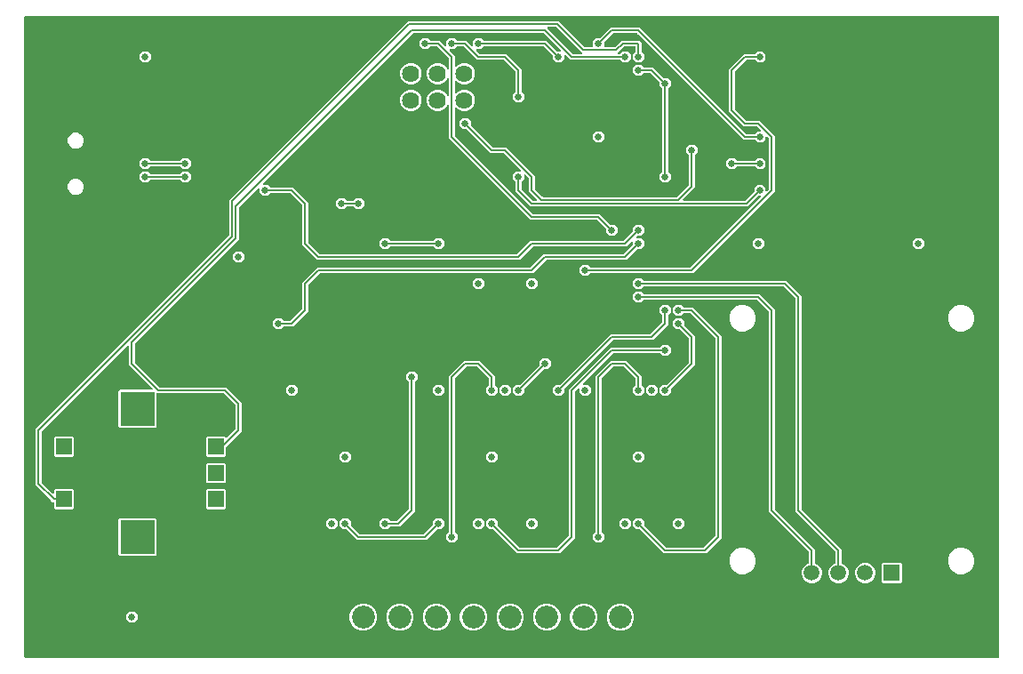
<source format=gbr>
G04 EAGLE Gerber RS-274X export*
G75*
%MOMM*%
%FSLAX34Y34*%
%LPD*%
%INBottom Copper*%
%IPPOS*%
%AMOC8*
5,1,8,0,0,1.08239X$1,22.5*%
G01*
%ADD10C,1.625600*%
%ADD11C,2.184400*%
%ADD12R,1.508000X1.508000*%
%ADD13R,3.216000X3.216000*%
%ADD14C,1.508000*%
%ADD15C,0.654800*%
%ADD16C,0.152400*%

G36*
X914420Y253242D02*
X914420Y253242D01*
X914439Y253240D01*
X914541Y253262D01*
X914643Y253279D01*
X914660Y253288D01*
X914680Y253292D01*
X914769Y253345D01*
X914860Y253394D01*
X914874Y253408D01*
X914891Y253418D01*
X914958Y253497D01*
X915030Y253572D01*
X915038Y253590D01*
X915051Y253605D01*
X915090Y253701D01*
X915133Y253795D01*
X915135Y253815D01*
X915143Y253833D01*
X915161Y254000D01*
X915161Y863600D01*
X915158Y863620D01*
X915160Y863639D01*
X915138Y863741D01*
X915122Y863843D01*
X915112Y863860D01*
X915108Y863880D01*
X915055Y863969D01*
X915006Y864060D01*
X914992Y864074D01*
X914982Y864091D01*
X914903Y864158D01*
X914828Y864230D01*
X914810Y864238D01*
X914795Y864251D01*
X914699Y864290D01*
X914605Y864333D01*
X914585Y864335D01*
X914567Y864343D01*
X914400Y864361D01*
X-12700Y864361D01*
X-12720Y864358D01*
X-12739Y864360D01*
X-12841Y864338D01*
X-12943Y864322D01*
X-12960Y864312D01*
X-12980Y864308D01*
X-13069Y864255D01*
X-13160Y864206D01*
X-13174Y864192D01*
X-13191Y864182D01*
X-13258Y864103D01*
X-13330Y864028D01*
X-13338Y864010D01*
X-13351Y863995D01*
X-13390Y863899D01*
X-13433Y863805D01*
X-13435Y863785D01*
X-13443Y863767D01*
X-13461Y863600D01*
X-13461Y254000D01*
X-13458Y253980D01*
X-13460Y253961D01*
X-13438Y253859D01*
X-13422Y253757D01*
X-13412Y253740D01*
X-13408Y253720D01*
X-13355Y253631D01*
X-13306Y253540D01*
X-13292Y253526D01*
X-13282Y253509D01*
X-13203Y253442D01*
X-13128Y253371D01*
X-13110Y253362D01*
X-13095Y253349D01*
X-12999Y253310D01*
X-12905Y253267D01*
X-12885Y253265D01*
X-12867Y253257D01*
X-12700Y253239D01*
X914400Y253239D01*
X914420Y253242D01*
G37*
%LPC*%
G36*
X15831Y394815D02*
X15831Y394815D01*
X14640Y396006D01*
X14640Y400832D01*
X14637Y400852D01*
X14639Y400871D01*
X14617Y400973D01*
X14601Y401075D01*
X14591Y401092D01*
X14587Y401112D01*
X14534Y401201D01*
X14485Y401292D01*
X14471Y401306D01*
X14461Y401323D01*
X14382Y401390D01*
X14307Y401462D01*
X14289Y401470D01*
X14274Y401483D01*
X14178Y401522D01*
X14084Y401565D01*
X14064Y401567D01*
X14046Y401575D01*
X13879Y401593D01*
X13554Y401593D01*
X11694Y403453D01*
X-2795Y417942D01*
X-2795Y471058D01*
X-935Y472918D01*
X181414Y655267D01*
X181467Y655341D01*
X181527Y655410D01*
X181539Y655440D01*
X181558Y655466D01*
X181585Y655553D01*
X181619Y655638D01*
X181623Y655679D01*
X181630Y655701D01*
X181629Y655734D01*
X181637Y655805D01*
X181637Y689471D01*
X351929Y859763D01*
X495419Y859763D01*
X497279Y857903D01*
X520032Y835150D01*
X520106Y835097D01*
X520175Y835037D01*
X520205Y835025D01*
X520231Y835006D01*
X520318Y834979D01*
X520403Y834945D01*
X520444Y834941D01*
X520466Y834934D01*
X520499Y834935D01*
X520570Y834927D01*
X527332Y834927D01*
X527352Y834930D01*
X527371Y834928D01*
X527473Y834950D01*
X527575Y834966D01*
X527592Y834976D01*
X527612Y834980D01*
X527701Y835033D01*
X527792Y835082D01*
X527806Y835096D01*
X527823Y835106D01*
X527890Y835185D01*
X527962Y835260D01*
X527970Y835278D01*
X527983Y835293D01*
X528022Y835389D01*
X528065Y835483D01*
X528067Y835503D01*
X528075Y835521D01*
X528093Y835688D01*
X528093Y840398D01*
X531202Y843507D01*
X534439Y843507D01*
X534529Y843521D01*
X534620Y843529D01*
X534650Y843541D01*
X534682Y843546D01*
X534762Y843589D01*
X534846Y843625D01*
X534878Y843651D01*
X534899Y843662D01*
X534921Y843685D01*
X534977Y843730D01*
X544942Y853695D01*
X572658Y853695D01*
X674035Y752318D01*
X674109Y752265D01*
X674178Y752205D01*
X674208Y752193D01*
X674234Y752174D01*
X674321Y752147D01*
X674406Y752113D01*
X674447Y752109D01*
X674469Y752102D01*
X674502Y752103D01*
X674573Y752095D01*
X682299Y752095D01*
X682389Y752109D01*
X682480Y752117D01*
X682509Y752129D01*
X682541Y752134D01*
X682622Y752177D01*
X682706Y752213D01*
X682738Y752239D01*
X682759Y752250D01*
X682781Y752273D01*
X682837Y752318D01*
X685126Y754607D01*
X687403Y754607D01*
X687474Y754618D01*
X687546Y754620D01*
X687595Y754638D01*
X687646Y754646D01*
X687709Y754680D01*
X687777Y754705D01*
X687817Y754737D01*
X687863Y754762D01*
X687913Y754814D01*
X687969Y754858D01*
X687997Y754902D01*
X688033Y754940D01*
X688063Y755005D01*
X688102Y755065D01*
X688114Y755116D01*
X688136Y755163D01*
X688144Y755234D01*
X688162Y755304D01*
X688158Y755356D01*
X688163Y755407D01*
X688148Y755478D01*
X688143Y755549D01*
X688122Y755597D01*
X688111Y755648D01*
X688074Y755709D01*
X688046Y755775D01*
X688001Y755831D01*
X687985Y755859D01*
X687967Y755874D01*
X687941Y755906D01*
X684865Y758982D01*
X684791Y759035D01*
X684722Y759095D01*
X684692Y759107D01*
X684666Y759126D01*
X684578Y759153D01*
X684494Y759187D01*
X684453Y759191D01*
X684431Y759198D01*
X684398Y759197D01*
X684327Y759205D01*
X671942Y759205D01*
X657605Y773542D01*
X657605Y813958D01*
X671942Y828295D01*
X682299Y828295D01*
X682389Y828309D01*
X682480Y828317D01*
X682509Y828329D01*
X682541Y828334D01*
X682622Y828377D01*
X682706Y828413D01*
X682738Y828439D01*
X682759Y828450D01*
X682781Y828473D01*
X682837Y828518D01*
X685126Y830807D01*
X689522Y830807D01*
X692631Y827698D01*
X692631Y823302D01*
X689522Y820193D01*
X685126Y820193D01*
X682837Y822482D01*
X682763Y822535D01*
X682693Y822595D01*
X682663Y822607D01*
X682637Y822626D01*
X682550Y822653D01*
X682465Y822687D01*
X682424Y822691D01*
X682402Y822698D01*
X682370Y822697D01*
X682299Y822705D01*
X674573Y822705D01*
X674483Y822691D01*
X674392Y822683D01*
X674362Y822671D01*
X674330Y822666D01*
X674250Y822623D01*
X674166Y822587D01*
X674134Y822561D01*
X674113Y822550D01*
X674091Y822527D01*
X674035Y822482D01*
X663418Y811865D01*
X663365Y811791D01*
X663305Y811722D01*
X663293Y811692D01*
X663274Y811666D01*
X663247Y811579D01*
X663213Y811494D01*
X663209Y811453D01*
X663202Y811431D01*
X663203Y811398D01*
X663195Y811327D01*
X663195Y776173D01*
X663209Y776083D01*
X663217Y775992D01*
X663229Y775962D01*
X663234Y775930D01*
X663277Y775850D01*
X663313Y775766D01*
X663339Y775734D01*
X663350Y775713D01*
X663373Y775691D01*
X663418Y775635D01*
X674035Y765018D01*
X674109Y764965D01*
X674178Y764905D01*
X674208Y764893D01*
X674234Y764874D01*
X674321Y764847D01*
X674406Y764813D01*
X674447Y764809D01*
X674469Y764802D01*
X674502Y764803D01*
X674573Y764795D01*
X686958Y764795D01*
X701295Y750458D01*
X701295Y697342D01*
X623458Y619505D01*
X525725Y619505D01*
X525635Y619491D01*
X525544Y619483D01*
X525515Y619471D01*
X525483Y619466D01*
X525402Y619423D01*
X525318Y619387D01*
X525286Y619361D01*
X525265Y619350D01*
X525243Y619327D01*
X525187Y619282D01*
X522898Y616993D01*
X518502Y616993D01*
X515393Y620102D01*
X515393Y624498D01*
X518502Y627607D01*
X522898Y627607D01*
X525187Y625318D01*
X525261Y625265D01*
X525331Y625205D01*
X525361Y625193D01*
X525387Y625174D01*
X525474Y625147D01*
X525559Y625113D01*
X525600Y625109D01*
X525622Y625102D01*
X525654Y625103D01*
X525725Y625095D01*
X620827Y625095D01*
X620917Y625109D01*
X621008Y625117D01*
X621038Y625129D01*
X621070Y625134D01*
X621150Y625177D01*
X621234Y625213D01*
X621266Y625239D01*
X621287Y625250D01*
X621309Y625273D01*
X621365Y625318D01*
X687941Y691894D01*
X687983Y691952D01*
X688033Y692004D01*
X688055Y692051D01*
X688085Y692093D01*
X688106Y692162D01*
X688136Y692227D01*
X688142Y692279D01*
X688157Y692329D01*
X688155Y692400D01*
X688163Y692471D01*
X688152Y692522D01*
X688151Y692574D01*
X688126Y692642D01*
X688111Y692712D01*
X688084Y692757D01*
X688066Y692805D01*
X688022Y692861D01*
X687985Y692923D01*
X687945Y692957D01*
X687913Y692997D01*
X687852Y693036D01*
X687798Y693083D01*
X687750Y693102D01*
X687706Y693130D01*
X687636Y693148D01*
X687570Y693175D01*
X687498Y693183D01*
X687467Y693191D01*
X687444Y693189D01*
X687403Y693193D01*
X686285Y693193D01*
X686195Y693179D01*
X686104Y693171D01*
X686074Y693159D01*
X686042Y693154D01*
X685962Y693111D01*
X685878Y693075D01*
X685846Y693049D01*
X685825Y693038D01*
X685803Y693015D01*
X685747Y692970D01*
X675782Y683005D01*
X468742Y683005D01*
X454405Y697342D01*
X454405Y706175D01*
X454391Y706265D01*
X454383Y706356D01*
X454371Y706385D01*
X454366Y706417D01*
X454346Y706455D01*
X454344Y706462D01*
X454324Y706497D01*
X454323Y706498D01*
X454287Y706582D01*
X454261Y706614D01*
X454250Y706635D01*
X454229Y706655D01*
X454218Y706673D01*
X454205Y706684D01*
X454182Y706713D01*
X451893Y709002D01*
X451893Y713398D01*
X455002Y716507D01*
X458803Y716507D01*
X458874Y716518D01*
X458946Y716520D01*
X458995Y716538D01*
X459046Y716546D01*
X459109Y716580D01*
X459177Y716605D01*
X459217Y716637D01*
X459263Y716662D01*
X459313Y716714D01*
X459369Y716758D01*
X459397Y716802D01*
X459433Y716840D01*
X459463Y716905D01*
X459502Y716965D01*
X459514Y717016D01*
X459536Y717063D01*
X459544Y717134D01*
X459562Y717204D01*
X459558Y717256D01*
X459563Y717307D01*
X459548Y717378D01*
X459543Y717449D01*
X459522Y717497D01*
X459511Y717548D01*
X459474Y717609D01*
X459446Y717675D01*
X459401Y717731D01*
X459385Y717759D01*
X459367Y717774D01*
X459341Y717806D01*
X443565Y733582D01*
X443491Y733635D01*
X443422Y733695D01*
X443392Y733707D01*
X443366Y733726D01*
X443279Y733753D01*
X443194Y733787D01*
X443153Y733791D01*
X443131Y733798D01*
X443098Y733797D01*
X443027Y733805D01*
X430642Y733805D01*
X407977Y756470D01*
X407903Y756523D01*
X407834Y756583D01*
X407804Y756595D01*
X407778Y756614D01*
X407691Y756641D01*
X407606Y756675D01*
X407565Y756679D01*
X407543Y756686D01*
X407510Y756685D01*
X407439Y756693D01*
X404202Y756693D01*
X401093Y759802D01*
X401093Y764198D01*
X404202Y767307D01*
X408598Y767307D01*
X411707Y764198D01*
X411707Y760961D01*
X411708Y760954D01*
X411708Y760953D01*
X411709Y760948D01*
X411721Y760871D01*
X411729Y760780D01*
X411741Y760750D01*
X411746Y760718D01*
X411789Y760637D01*
X411825Y760554D01*
X411851Y760521D01*
X411862Y760501D01*
X411885Y760479D01*
X411930Y760423D01*
X432735Y739618D01*
X432809Y739565D01*
X432878Y739505D01*
X432908Y739493D01*
X432934Y739474D01*
X433021Y739447D01*
X433106Y739413D01*
X433147Y739409D01*
X433169Y739402D01*
X433202Y739403D01*
X433273Y739395D01*
X445658Y739395D01*
X472695Y712358D01*
X472695Y699973D01*
X472709Y699883D01*
X472717Y699792D01*
X472729Y699762D01*
X472734Y699730D01*
X472777Y699650D01*
X472813Y699566D01*
X472839Y699534D01*
X472850Y699513D01*
X472873Y699491D01*
X472918Y699435D01*
X479979Y692374D01*
X480053Y692321D01*
X480122Y692261D01*
X480152Y692249D01*
X480178Y692230D01*
X480265Y692203D01*
X480350Y692169D01*
X480391Y692165D01*
X480413Y692158D01*
X480446Y692159D01*
X480517Y692151D01*
X608127Y692151D01*
X608217Y692165D01*
X608308Y692173D01*
X608338Y692185D01*
X608370Y692190D01*
X608451Y692233D01*
X608534Y692269D01*
X608567Y692295D01*
X608587Y692306D01*
X608609Y692329D01*
X608665Y692374D01*
X619282Y702991D01*
X619335Y703065D01*
X619395Y703134D01*
X619407Y703164D01*
X619426Y703190D01*
X619453Y703277D01*
X619487Y703362D01*
X619491Y703403D01*
X619498Y703425D01*
X619497Y703458D01*
X619505Y703529D01*
X619505Y731575D01*
X619491Y731665D01*
X619483Y731756D01*
X619471Y731785D01*
X619466Y731817D01*
X619423Y731898D01*
X619387Y731982D01*
X619361Y732014D01*
X619350Y732035D01*
X619327Y732057D01*
X619282Y732113D01*
X616993Y734402D01*
X616993Y738798D01*
X620102Y741907D01*
X624498Y741907D01*
X627607Y738798D01*
X627607Y734402D01*
X625318Y732113D01*
X625265Y732039D01*
X625205Y731969D01*
X625193Y731939D01*
X625174Y731913D01*
X625147Y731826D01*
X625113Y731741D01*
X625109Y731700D01*
X625102Y731678D01*
X625103Y731646D01*
X625095Y731575D01*
X625095Y700898D01*
X623235Y699038D01*
X614091Y689894D01*
X614049Y689836D01*
X613999Y689784D01*
X613977Y689737D01*
X613947Y689695D01*
X613926Y689626D01*
X613896Y689561D01*
X613890Y689509D01*
X613875Y689459D01*
X613877Y689388D01*
X613869Y689317D01*
X613880Y689266D01*
X613881Y689214D01*
X613906Y689146D01*
X613921Y689076D01*
X613948Y689032D01*
X613966Y688983D01*
X614010Y688927D01*
X614047Y688865D01*
X614087Y688831D01*
X614119Y688791D01*
X614180Y688752D01*
X614234Y688705D01*
X614282Y688686D01*
X614326Y688658D01*
X614396Y688640D01*
X614462Y688613D01*
X614534Y688605D01*
X614565Y688597D01*
X614588Y688599D01*
X614629Y688595D01*
X673151Y688595D01*
X673241Y688609D01*
X673332Y688617D01*
X673362Y688629D01*
X673394Y688634D01*
X673474Y688677D01*
X673558Y688713D01*
X673590Y688739D01*
X673611Y688750D01*
X673633Y688773D01*
X673689Y688818D01*
X681794Y696923D01*
X681847Y696997D01*
X681907Y697066D01*
X681919Y697096D01*
X681938Y697122D01*
X681965Y697209D01*
X681999Y697294D01*
X682003Y697335D01*
X682010Y697357D01*
X682009Y697390D01*
X682017Y697461D01*
X682017Y700698D01*
X685126Y703807D01*
X689522Y703807D01*
X692631Y700698D01*
X692631Y698421D01*
X692642Y698350D01*
X692644Y698278D01*
X692662Y698229D01*
X692670Y698178D01*
X692704Y698115D01*
X692729Y698047D01*
X692761Y698007D01*
X692786Y697961D01*
X692838Y697911D01*
X692882Y697855D01*
X692926Y697827D01*
X692964Y697791D01*
X693029Y697761D01*
X693089Y697722D01*
X693140Y697710D01*
X693187Y697688D01*
X693258Y697680D01*
X693328Y697662D01*
X693380Y697666D01*
X693431Y697661D01*
X693502Y697676D01*
X693573Y697681D01*
X693621Y697702D01*
X693672Y697713D01*
X693733Y697750D01*
X693799Y697778D01*
X693855Y697823D01*
X693883Y697839D01*
X693898Y697857D01*
X693930Y697883D01*
X695482Y699435D01*
X695535Y699509D01*
X695595Y699578D01*
X695607Y699608D01*
X695626Y699634D01*
X695653Y699722D01*
X695687Y699806D01*
X695691Y699847D01*
X695698Y699869D01*
X695697Y699902D01*
X695705Y699973D01*
X695705Y747827D01*
X695691Y747917D01*
X695683Y748008D01*
X695671Y748038D01*
X695666Y748070D01*
X695623Y748150D01*
X695587Y748234D01*
X695561Y748267D01*
X695550Y748287D01*
X695527Y748309D01*
X695482Y748365D01*
X693930Y749917D01*
X693872Y749959D01*
X693820Y750009D01*
X693773Y750031D01*
X693731Y750061D01*
X693662Y750082D01*
X693597Y750112D01*
X693545Y750118D01*
X693495Y750133D01*
X693424Y750131D01*
X693353Y750139D01*
X693302Y750128D01*
X693250Y750127D01*
X693182Y750102D01*
X693112Y750087D01*
X693067Y750060D01*
X693019Y750042D01*
X692963Y749998D01*
X692901Y749961D01*
X692867Y749921D01*
X692827Y749889D01*
X692788Y749828D01*
X692741Y749774D01*
X692722Y749726D01*
X692694Y749682D01*
X692676Y749612D01*
X692649Y749546D01*
X692641Y749474D01*
X692633Y749443D01*
X692635Y749420D01*
X692631Y749379D01*
X692631Y747102D01*
X689522Y743993D01*
X685126Y743993D01*
X682837Y746282D01*
X682763Y746335D01*
X682693Y746395D01*
X682663Y746407D01*
X682637Y746426D01*
X682550Y746453D01*
X682465Y746487D01*
X682424Y746491D01*
X682402Y746498D01*
X682370Y746497D01*
X682299Y746505D01*
X671942Y746505D01*
X570565Y847882D01*
X570491Y847935D01*
X570422Y847995D01*
X570392Y848007D01*
X570366Y848026D01*
X570279Y848053D01*
X570194Y848087D01*
X570153Y848091D01*
X570131Y848098D01*
X570098Y848097D01*
X570027Y848105D01*
X547573Y848105D01*
X547483Y848091D01*
X547392Y848083D01*
X547362Y848071D01*
X547330Y848066D01*
X547250Y848023D01*
X547166Y847987D01*
X547134Y847961D01*
X547113Y847950D01*
X547091Y847927D01*
X547035Y847882D01*
X538930Y839777D01*
X538877Y839703D01*
X538817Y839634D01*
X538805Y839604D01*
X538786Y839578D01*
X538759Y839491D01*
X538725Y839406D01*
X538721Y839365D01*
X538714Y839343D01*
X538715Y839310D01*
X538707Y839239D01*
X538707Y835688D01*
X538710Y835668D01*
X538708Y835649D01*
X538730Y835547D01*
X538746Y835445D01*
X538756Y835428D01*
X538760Y835408D01*
X538813Y835319D01*
X538862Y835228D01*
X538876Y835214D01*
X538886Y835197D01*
X538965Y835130D01*
X539040Y835058D01*
X539058Y835050D01*
X539073Y835037D01*
X539169Y834998D01*
X539263Y834955D01*
X539283Y834953D01*
X539301Y834945D01*
X539468Y834927D01*
X548918Y834927D01*
X549008Y834941D01*
X549099Y834949D01*
X549129Y834961D01*
X549161Y834966D01*
X549241Y835009D01*
X549325Y835045D01*
X549357Y835071D01*
X549378Y835082D01*
X549400Y835105D01*
X549456Y835150D01*
X555301Y840995D01*
X572658Y840995D01*
X574295Y839358D01*
X574295Y830525D01*
X574309Y830435D01*
X574317Y830344D01*
X574329Y830315D01*
X574334Y830283D01*
X574377Y830202D01*
X574413Y830118D01*
X574439Y830086D01*
X574450Y830065D01*
X574473Y830043D01*
X574518Y829987D01*
X576807Y827698D01*
X576807Y823302D01*
X573698Y820193D01*
X569302Y820193D01*
X566193Y823302D01*
X566193Y827698D01*
X568482Y829987D01*
X568535Y830061D01*
X568595Y830131D01*
X568607Y830161D01*
X568626Y830187D01*
X568653Y830274D01*
X568687Y830359D01*
X568691Y830400D01*
X568698Y830422D01*
X568697Y830454D01*
X568705Y830525D01*
X568705Y834644D01*
X568702Y834664D01*
X568704Y834683D01*
X568682Y834785D01*
X568666Y834887D01*
X568656Y834904D01*
X568652Y834924D01*
X568599Y835013D01*
X568550Y835104D01*
X568536Y835118D01*
X568526Y835135D01*
X568447Y835202D01*
X568372Y835274D01*
X568354Y835282D01*
X568339Y835295D01*
X568243Y835334D01*
X568149Y835377D01*
X568129Y835379D01*
X568111Y835387D01*
X567944Y835405D01*
X557932Y835405D01*
X557842Y835391D01*
X557751Y835383D01*
X557721Y835371D01*
X557689Y835366D01*
X557608Y835323D01*
X557524Y835287D01*
X557492Y835261D01*
X557472Y835250D01*
X557449Y835227D01*
X557393Y835182D01*
X553408Y831197D01*
X551805Y829594D01*
X551764Y829536D01*
X551714Y829484D01*
X551692Y829437D01*
X551662Y829395D01*
X551641Y829326D01*
X551611Y829261D01*
X551605Y829209D01*
X551589Y829159D01*
X551591Y829088D01*
X551583Y829017D01*
X551594Y828966D01*
X551596Y828914D01*
X551620Y828846D01*
X551636Y828776D01*
X551662Y828731D01*
X551680Y828683D01*
X551725Y828627D01*
X551762Y828565D01*
X551801Y828531D01*
X551834Y828491D01*
X551894Y828452D01*
X551949Y828405D01*
X551997Y828386D01*
X552041Y828358D01*
X552110Y828340D01*
X552177Y828313D01*
X552248Y828305D01*
X552279Y828297D01*
X552303Y828299D01*
X552344Y828295D01*
X553775Y828295D01*
X553865Y828309D01*
X553956Y828317D01*
X553985Y828329D01*
X554017Y828334D01*
X554098Y828377D01*
X554182Y828413D01*
X554214Y828439D01*
X554235Y828450D01*
X554257Y828473D01*
X554313Y828518D01*
X556602Y830807D01*
X560998Y830807D01*
X564107Y827698D01*
X564107Y823302D01*
X560998Y820193D01*
X556602Y820193D01*
X554313Y822482D01*
X554239Y822535D01*
X554169Y822595D01*
X554139Y822607D01*
X554113Y822626D01*
X554026Y822653D01*
X553941Y822687D01*
X553900Y822691D01*
X553878Y822698D01*
X553846Y822697D01*
X553775Y822705D01*
X506842Y822705D01*
X501906Y827641D01*
X501848Y827683D01*
X501796Y827733D01*
X501749Y827755D01*
X501707Y827785D01*
X501638Y827806D01*
X501573Y827836D01*
X501521Y827842D01*
X501471Y827857D01*
X501400Y827855D01*
X501329Y827863D01*
X501278Y827852D01*
X501226Y827851D01*
X501158Y827826D01*
X501088Y827811D01*
X501043Y827784D01*
X500995Y827766D01*
X500939Y827722D01*
X500877Y827685D01*
X500843Y827645D01*
X500803Y827613D01*
X500764Y827552D01*
X500717Y827498D01*
X500698Y827450D01*
X500670Y827406D01*
X500652Y827336D01*
X500625Y827270D01*
X500617Y827198D01*
X500609Y827167D01*
X500611Y827144D01*
X500607Y827103D01*
X500607Y823302D01*
X497498Y820193D01*
X493102Y820193D01*
X489993Y823302D01*
X489993Y826539D01*
X489979Y826629D01*
X489971Y826720D01*
X489959Y826750D01*
X489954Y826782D01*
X489911Y826862D01*
X489875Y826946D01*
X489849Y826978D01*
X489838Y826999D01*
X489815Y827021D01*
X489770Y827077D01*
X481665Y835182D01*
X481591Y835235D01*
X481522Y835295D01*
X481492Y835307D01*
X481466Y835326D01*
X481379Y835353D01*
X481294Y835387D01*
X481253Y835391D01*
X481231Y835398D01*
X481198Y835397D01*
X481127Y835405D01*
X424125Y835405D01*
X424035Y835391D01*
X423944Y835383D01*
X423915Y835371D01*
X423883Y835366D01*
X423802Y835323D01*
X423718Y835287D01*
X423686Y835261D01*
X423665Y835250D01*
X423643Y835227D01*
X423587Y835182D01*
X421298Y832893D01*
X417497Y832893D01*
X417426Y832882D01*
X417354Y832880D01*
X417305Y832862D01*
X417254Y832854D01*
X417191Y832820D01*
X417123Y832795D01*
X417083Y832763D01*
X417037Y832738D01*
X416987Y832686D01*
X416931Y832642D01*
X416903Y832598D01*
X416867Y832560D01*
X416837Y832495D01*
X416798Y832435D01*
X416786Y832384D01*
X416764Y832337D01*
X416756Y832266D01*
X416738Y832196D01*
X416742Y832144D01*
X416737Y832093D01*
X416752Y832022D01*
X416757Y831951D01*
X416778Y831903D01*
X416789Y831852D01*
X416826Y831791D01*
X416854Y831725D01*
X416899Y831669D01*
X416915Y831641D01*
X416933Y831626D01*
X416959Y831594D01*
X420035Y828518D01*
X420109Y828465D01*
X420178Y828405D01*
X420208Y828393D01*
X420234Y828374D01*
X420322Y828347D01*
X420406Y828313D01*
X420447Y828309D01*
X420469Y828302D01*
X420502Y828303D01*
X420573Y828295D01*
X445658Y828295D01*
X459995Y813958D01*
X459995Y792425D01*
X460009Y792335D01*
X460017Y792244D01*
X460029Y792215D01*
X460034Y792183D01*
X460077Y792102D01*
X460113Y792018D01*
X460139Y791986D01*
X460150Y791965D01*
X460173Y791943D01*
X460218Y791887D01*
X462507Y789598D01*
X462507Y785202D01*
X459398Y782093D01*
X455002Y782093D01*
X451893Y785202D01*
X451893Y789598D01*
X454182Y791887D01*
X454235Y791961D01*
X454295Y792031D01*
X454307Y792061D01*
X454326Y792087D01*
X454353Y792174D01*
X454387Y792259D01*
X454391Y792300D01*
X454398Y792322D01*
X454397Y792354D01*
X454405Y792425D01*
X454405Y811327D01*
X454391Y811417D01*
X454383Y811508D01*
X454371Y811538D01*
X454366Y811570D01*
X454323Y811650D01*
X454287Y811734D01*
X454261Y811766D01*
X454250Y811787D01*
X454227Y811809D01*
X454182Y811865D01*
X443565Y822482D01*
X443491Y822535D01*
X443422Y822595D01*
X443392Y822607D01*
X443366Y822626D01*
X443279Y822653D01*
X443194Y822687D01*
X443153Y822691D01*
X443131Y822698D01*
X443098Y822697D01*
X443027Y822705D01*
X417942Y822705D01*
X405465Y835182D01*
X405391Y835235D01*
X405322Y835295D01*
X405292Y835307D01*
X405266Y835326D01*
X405179Y835353D01*
X405094Y835387D01*
X405053Y835391D01*
X405031Y835398D01*
X404998Y835397D01*
X404927Y835405D01*
X398725Y835405D01*
X398635Y835391D01*
X398544Y835383D01*
X398515Y835371D01*
X398483Y835366D01*
X398402Y835323D01*
X398318Y835287D01*
X398286Y835261D01*
X398265Y835250D01*
X398243Y835227D01*
X398187Y835182D01*
X395898Y832893D01*
X392097Y832893D01*
X392026Y832882D01*
X391954Y832880D01*
X391905Y832862D01*
X391854Y832854D01*
X391791Y832820D01*
X391723Y832795D01*
X391683Y832763D01*
X391637Y832738D01*
X391587Y832686D01*
X391531Y832642D01*
X391503Y832598D01*
X391467Y832560D01*
X391437Y832495D01*
X391398Y832435D01*
X391386Y832384D01*
X391364Y832337D01*
X391356Y832266D01*
X391338Y832196D01*
X391342Y832144D01*
X391337Y832093D01*
X391352Y832022D01*
X391357Y831951D01*
X391378Y831903D01*
X391389Y831852D01*
X391426Y831791D01*
X391454Y831725D01*
X391499Y831669D01*
X391515Y831641D01*
X391533Y831626D01*
X391559Y831594D01*
X394635Y828518D01*
X396495Y826658D01*
X396495Y816690D01*
X396506Y816619D01*
X396508Y816548D01*
X396526Y816499D01*
X396534Y816447D01*
X396568Y816384D01*
X396593Y816317D01*
X396625Y816276D01*
X396650Y816230D01*
X396702Y816181D01*
X396746Y816125D01*
X396790Y816096D01*
X396828Y816060D01*
X396893Y816030D01*
X396953Y815992D01*
X397004Y815979D01*
X397051Y815957D01*
X397122Y815949D01*
X397192Y815931D01*
X397244Y815936D01*
X397295Y815930D01*
X397366Y815945D01*
X397437Y815951D01*
X397485Y815971D01*
X397536Y815982D01*
X397597Y816019D01*
X397663Y816047D01*
X397719Y816092D01*
X397747Y816108D01*
X397762Y816126D01*
X397794Y816152D01*
X399891Y818249D01*
X403626Y819796D01*
X407668Y819796D01*
X411403Y818249D01*
X414261Y815391D01*
X415808Y811656D01*
X415808Y807614D01*
X414261Y803879D01*
X411403Y801021D01*
X407668Y799474D01*
X403626Y799474D01*
X399891Y801021D01*
X397794Y803118D01*
X397736Y803160D01*
X397684Y803210D01*
X397637Y803231D01*
X397595Y803262D01*
X397526Y803283D01*
X397461Y803313D01*
X397409Y803319D01*
X397359Y803334D01*
X397288Y803332D01*
X397217Y803340D01*
X397166Y803329D01*
X397114Y803328D01*
X397046Y803303D01*
X396976Y803288D01*
X396931Y803261D01*
X396883Y803243D01*
X396827Y803199D01*
X396765Y803162D01*
X396731Y803122D01*
X396691Y803090D01*
X396652Y803029D01*
X396605Y802975D01*
X396586Y802927D01*
X396558Y802883D01*
X396540Y802813D01*
X396513Y802747D01*
X396505Y802675D01*
X396497Y802644D01*
X396499Y802621D01*
X396495Y802580D01*
X396495Y791290D01*
X396506Y791219D01*
X396508Y791148D01*
X396526Y791099D01*
X396534Y791047D01*
X396568Y790984D01*
X396593Y790917D01*
X396625Y790876D01*
X396650Y790830D01*
X396702Y790781D01*
X396746Y790725D01*
X396790Y790696D01*
X396828Y790660D01*
X396893Y790630D01*
X396953Y790592D01*
X397004Y790579D01*
X397051Y790557D01*
X397122Y790549D01*
X397192Y790531D01*
X397244Y790536D01*
X397295Y790530D01*
X397366Y790545D01*
X397437Y790551D01*
X397485Y790571D01*
X397536Y790582D01*
X397597Y790619D01*
X397663Y790647D01*
X397719Y790692D01*
X397747Y790708D01*
X397762Y790726D01*
X397794Y790752D01*
X399891Y792849D01*
X403626Y794396D01*
X407668Y794396D01*
X411403Y792849D01*
X414261Y789991D01*
X415808Y786256D01*
X415808Y782214D01*
X414261Y778479D01*
X411403Y775621D01*
X407668Y774074D01*
X403626Y774074D01*
X399891Y775621D01*
X397794Y777718D01*
X397736Y777760D01*
X397684Y777810D01*
X397637Y777831D01*
X397595Y777862D01*
X397526Y777883D01*
X397461Y777913D01*
X397409Y777919D01*
X397359Y777934D01*
X397288Y777932D01*
X397217Y777940D01*
X397166Y777929D01*
X397114Y777928D01*
X397046Y777903D01*
X396976Y777888D01*
X396931Y777861D01*
X396883Y777843D01*
X396827Y777799D01*
X396765Y777762D01*
X396731Y777722D01*
X396691Y777690D01*
X396652Y777629D01*
X396605Y777575D01*
X396586Y777527D01*
X396558Y777483D01*
X396540Y777413D01*
X396513Y777347D01*
X396505Y777275D01*
X396497Y777244D01*
X396499Y777221D01*
X396495Y777180D01*
X396495Y750773D01*
X396509Y750683D01*
X396517Y750592D01*
X396529Y750562D01*
X396534Y750530D01*
X396577Y750450D01*
X396613Y750366D01*
X396639Y750334D01*
X396650Y750313D01*
X396673Y750291D01*
X396718Y750235D01*
X470835Y676118D01*
X470909Y676065D01*
X470978Y676005D01*
X471008Y675993D01*
X471034Y675974D01*
X471121Y675947D01*
X471206Y675913D01*
X471247Y675909D01*
X471269Y675902D01*
X471302Y675903D01*
X471373Y675895D01*
X534558Y675895D01*
X544523Y665930D01*
X544597Y665877D01*
X544666Y665817D01*
X544696Y665805D01*
X544722Y665786D01*
X544809Y665759D01*
X544894Y665725D01*
X544935Y665721D01*
X544957Y665714D01*
X544990Y665715D01*
X545061Y665707D01*
X548298Y665707D01*
X551407Y662598D01*
X551407Y658202D01*
X548298Y655093D01*
X543902Y655093D01*
X540793Y658202D01*
X540793Y661439D01*
X540779Y661529D01*
X540771Y661620D01*
X540759Y661650D01*
X540754Y661682D01*
X540711Y661762D01*
X540675Y661846D01*
X540649Y661878D01*
X540638Y661899D01*
X540615Y661921D01*
X540570Y661977D01*
X532465Y670082D01*
X532391Y670135D01*
X532322Y670195D01*
X532292Y670207D01*
X532266Y670226D01*
X532179Y670253D01*
X532094Y670287D01*
X532053Y670291D01*
X532031Y670298D01*
X531998Y670297D01*
X531927Y670305D01*
X468742Y670305D01*
X390905Y748142D01*
X390905Y779588D01*
X390890Y779684D01*
X390880Y779781D01*
X390870Y779805D01*
X390866Y779831D01*
X390820Y779917D01*
X390780Y780006D01*
X390763Y780025D01*
X390750Y780048D01*
X390680Y780115D01*
X390614Y780187D01*
X390591Y780200D01*
X390572Y780218D01*
X390484Y780259D01*
X390398Y780306D01*
X390373Y780310D01*
X390349Y780321D01*
X390252Y780332D01*
X390156Y780349D01*
X390130Y780345D01*
X390105Y780348D01*
X390009Y780328D01*
X389913Y780313D01*
X389890Y780302D01*
X389864Y780296D01*
X389781Y780246D01*
X389694Y780202D01*
X389675Y780183D01*
X389653Y780170D01*
X389590Y780096D01*
X389522Y780026D01*
X389506Y779998D01*
X389493Y779983D01*
X389481Y779952D01*
X389441Y779879D01*
X388861Y778479D01*
X386003Y775621D01*
X382268Y774074D01*
X378226Y774074D01*
X374491Y775621D01*
X371633Y778479D01*
X370086Y782214D01*
X370086Y786256D01*
X371633Y789991D01*
X374491Y792849D01*
X378226Y794396D01*
X382268Y794396D01*
X386003Y792849D01*
X388861Y789991D01*
X389441Y788591D01*
X389492Y788508D01*
X389538Y788422D01*
X389556Y788404D01*
X389570Y788382D01*
X389646Y788319D01*
X389716Y788252D01*
X389740Y788241D01*
X389760Y788225D01*
X389851Y788190D01*
X389939Y788149D01*
X389965Y788146D01*
X389989Y788137D01*
X390087Y788132D01*
X390183Y788122D01*
X390209Y788127D01*
X390235Y788126D01*
X390329Y788153D01*
X390424Y788174D01*
X390446Y788187D01*
X390471Y788195D01*
X390551Y788250D01*
X390635Y788300D01*
X390652Y788320D01*
X390673Y788335D01*
X390732Y788413D01*
X390795Y788487D01*
X390805Y788511D01*
X390820Y788532D01*
X390850Y788625D01*
X390887Y788715D01*
X390890Y788748D01*
X390896Y788766D01*
X390896Y788799D01*
X390905Y788882D01*
X390905Y804988D01*
X390890Y805084D01*
X390880Y805181D01*
X390870Y805205D01*
X390866Y805231D01*
X390820Y805317D01*
X390780Y805406D01*
X390763Y805425D01*
X390750Y805448D01*
X390680Y805515D01*
X390614Y805587D01*
X390591Y805600D01*
X390572Y805618D01*
X390484Y805659D01*
X390398Y805706D01*
X390373Y805710D01*
X390349Y805721D01*
X390252Y805732D01*
X390156Y805749D01*
X390130Y805745D01*
X390105Y805748D01*
X390009Y805728D01*
X389913Y805713D01*
X389890Y805702D01*
X389864Y805696D01*
X389781Y805646D01*
X389694Y805602D01*
X389675Y805583D01*
X389653Y805570D01*
X389590Y805496D01*
X389522Y805426D01*
X389506Y805398D01*
X389493Y805383D01*
X389481Y805352D01*
X389441Y805279D01*
X388861Y803879D01*
X386003Y801021D01*
X382268Y799474D01*
X378226Y799474D01*
X374491Y801021D01*
X371633Y803879D01*
X370086Y807614D01*
X370086Y811656D01*
X371633Y815391D01*
X374491Y818249D01*
X378226Y819796D01*
X382268Y819796D01*
X386003Y818249D01*
X388861Y815391D01*
X389441Y813991D01*
X389492Y813908D01*
X389538Y813822D01*
X389556Y813804D01*
X389570Y813782D01*
X389646Y813719D01*
X389716Y813652D01*
X389740Y813641D01*
X389760Y813625D01*
X389851Y813590D01*
X389939Y813549D01*
X389965Y813546D01*
X389989Y813537D01*
X390087Y813532D01*
X390183Y813522D01*
X390209Y813527D01*
X390235Y813526D01*
X390329Y813553D01*
X390424Y813574D01*
X390446Y813587D01*
X390471Y813595D01*
X390551Y813650D01*
X390635Y813700D01*
X390652Y813720D01*
X390673Y813735D01*
X390732Y813813D01*
X390795Y813887D01*
X390805Y813911D01*
X390820Y813932D01*
X390850Y814025D01*
X390887Y814115D01*
X390890Y814148D01*
X390896Y814166D01*
X390896Y814199D01*
X390905Y814282D01*
X390905Y824027D01*
X390891Y824117D01*
X390883Y824208D01*
X390871Y824238D01*
X390866Y824270D01*
X390823Y824350D01*
X390787Y824434D01*
X390761Y824466D01*
X390750Y824487D01*
X390727Y824509D01*
X390682Y824565D01*
X380065Y835182D01*
X379991Y835235D01*
X379922Y835295D01*
X379892Y835307D01*
X379866Y835326D01*
X379779Y835353D01*
X379694Y835387D01*
X379653Y835391D01*
X379631Y835398D01*
X379598Y835397D01*
X379527Y835405D01*
X373325Y835405D01*
X373235Y835391D01*
X373144Y835383D01*
X373115Y835371D01*
X373083Y835366D01*
X373002Y835323D01*
X372918Y835287D01*
X372886Y835261D01*
X372865Y835250D01*
X372843Y835227D01*
X372787Y835182D01*
X370498Y832893D01*
X366102Y832893D01*
X362993Y836002D01*
X362993Y840398D01*
X366102Y843507D01*
X370498Y843507D01*
X372787Y841218D01*
X372861Y841165D01*
X372931Y841105D01*
X372961Y841093D01*
X372987Y841074D01*
X373074Y841047D01*
X373159Y841013D01*
X373200Y841009D01*
X373222Y841002D01*
X373254Y841003D01*
X373325Y840995D01*
X382158Y840995D01*
X387094Y836059D01*
X387152Y836017D01*
X387204Y835967D01*
X387251Y835945D01*
X387293Y835915D01*
X387362Y835894D01*
X387427Y835864D01*
X387479Y835858D01*
X387529Y835843D01*
X387600Y835845D01*
X387671Y835837D01*
X387722Y835848D01*
X387774Y835849D01*
X387842Y835874D01*
X387912Y835889D01*
X387957Y835916D01*
X388005Y835934D01*
X388061Y835978D01*
X388123Y836015D01*
X388157Y836055D01*
X388197Y836087D01*
X388236Y836148D01*
X388283Y836202D01*
X388302Y836250D01*
X388330Y836294D01*
X388348Y836364D01*
X388375Y836430D01*
X388383Y836502D01*
X388391Y836533D01*
X388389Y836556D01*
X388393Y836597D01*
X388393Y840398D01*
X391502Y843507D01*
X395898Y843507D01*
X398187Y841218D01*
X398261Y841165D01*
X398331Y841105D01*
X398361Y841093D01*
X398387Y841074D01*
X398474Y841047D01*
X398559Y841013D01*
X398600Y841009D01*
X398622Y841002D01*
X398654Y841003D01*
X398725Y840995D01*
X407558Y840995D01*
X412494Y836059D01*
X412552Y836017D01*
X412604Y835967D01*
X412651Y835945D01*
X412693Y835915D01*
X412762Y835894D01*
X412827Y835864D01*
X412879Y835858D01*
X412929Y835843D01*
X413000Y835845D01*
X413071Y835837D01*
X413122Y835848D01*
X413174Y835849D01*
X413242Y835874D01*
X413312Y835889D01*
X413357Y835916D01*
X413405Y835934D01*
X413461Y835978D01*
X413523Y836015D01*
X413557Y836055D01*
X413597Y836087D01*
X413636Y836148D01*
X413683Y836202D01*
X413702Y836250D01*
X413730Y836294D01*
X413748Y836364D01*
X413775Y836430D01*
X413783Y836502D01*
X413791Y836533D01*
X413789Y836556D01*
X413793Y836597D01*
X413793Y840398D01*
X416902Y843507D01*
X421298Y843507D01*
X423587Y841218D01*
X423661Y841165D01*
X423731Y841105D01*
X423761Y841093D01*
X423787Y841074D01*
X423874Y841047D01*
X423959Y841013D01*
X424000Y841009D01*
X424022Y841002D01*
X424054Y841003D01*
X424125Y840995D01*
X483758Y840995D01*
X493723Y831030D01*
X493797Y830977D01*
X493866Y830917D01*
X493896Y830905D01*
X493922Y830886D01*
X494009Y830859D01*
X494094Y830825D01*
X494135Y830821D01*
X494157Y830814D01*
X494190Y830815D01*
X494261Y830807D01*
X496903Y830807D01*
X496974Y830818D01*
X497046Y830820D01*
X497095Y830838D01*
X497146Y830846D01*
X497209Y830880D01*
X497277Y830905D01*
X497317Y830937D01*
X497363Y830962D01*
X497413Y831014D01*
X497469Y831058D01*
X497497Y831102D01*
X497533Y831140D01*
X497563Y831205D01*
X497602Y831265D01*
X497614Y831316D01*
X497636Y831363D01*
X497644Y831434D01*
X497662Y831504D01*
X497658Y831556D01*
X497663Y831607D01*
X497648Y831678D01*
X497643Y831749D01*
X497622Y831797D01*
X497611Y831848D01*
X497574Y831909D01*
X497546Y831975D01*
X497501Y832031D01*
X497485Y832059D01*
X497467Y832074D01*
X497441Y832106D01*
X481665Y847882D01*
X481591Y847935D01*
X481522Y847995D01*
X481492Y848007D01*
X481466Y848026D01*
X481379Y848053D01*
X481294Y848087D01*
X481253Y848091D01*
X481231Y848098D01*
X481198Y848097D01*
X481127Y848105D01*
X357073Y848105D01*
X356983Y848091D01*
X356892Y848083D01*
X356862Y848071D01*
X356830Y848066D01*
X356750Y848023D01*
X356666Y847987D01*
X356634Y847961D01*
X356613Y847950D01*
X356591Y847927D01*
X356535Y847882D01*
X213759Y705106D01*
X213717Y705048D01*
X213667Y704996D01*
X213645Y704949D01*
X213615Y704907D01*
X213594Y704838D01*
X213564Y704773D01*
X213558Y704721D01*
X213543Y704671D01*
X213545Y704600D01*
X213537Y704529D01*
X213548Y704478D01*
X213549Y704426D01*
X213574Y704358D01*
X213589Y704288D01*
X213616Y704244D01*
X213634Y704195D01*
X213678Y704139D01*
X213715Y704077D01*
X213755Y704043D01*
X213787Y704003D01*
X213848Y703964D01*
X213902Y703917D01*
X213950Y703898D01*
X213994Y703870D01*
X214064Y703852D01*
X214130Y703825D01*
X214202Y703817D01*
X214233Y703809D01*
X214256Y703811D01*
X214297Y703807D01*
X218098Y703807D01*
X220387Y701518D01*
X220461Y701465D01*
X220531Y701405D01*
X220561Y701393D01*
X220587Y701374D01*
X220674Y701347D01*
X220759Y701313D01*
X220800Y701309D01*
X220822Y701302D01*
X220854Y701303D01*
X220925Y701295D01*
X242458Y701295D01*
X244318Y699435D01*
X256795Y686958D01*
X256795Y649173D01*
X256809Y649083D01*
X256817Y648992D01*
X256829Y648962D01*
X256834Y648930D01*
X256877Y648849D01*
X256913Y648766D01*
X256939Y648733D01*
X256950Y648713D01*
X256973Y648691D01*
X257018Y648635D01*
X267635Y638018D01*
X267709Y637965D01*
X267778Y637905D01*
X267808Y637893D01*
X267834Y637874D01*
X267921Y637847D01*
X268006Y637813D01*
X268047Y637809D01*
X268069Y637802D01*
X268102Y637803D01*
X268173Y637795D01*
X455727Y637795D01*
X455817Y637809D01*
X455908Y637817D01*
X455938Y637829D01*
X455970Y637834D01*
X456050Y637877D01*
X456134Y637913D01*
X456166Y637939D01*
X456187Y637950D01*
X456209Y637973D01*
X456265Y638018D01*
X468742Y650495D01*
X557327Y650495D01*
X557417Y650509D01*
X557508Y650517D01*
X557538Y650529D01*
X557570Y650534D01*
X557650Y650577D01*
X557734Y650613D01*
X557766Y650639D01*
X557787Y650650D01*
X557809Y650673D01*
X557865Y650718D01*
X565970Y658823D01*
X566023Y658897D01*
X566083Y658966D01*
X566095Y658996D01*
X566114Y659022D01*
X566141Y659109D01*
X566175Y659194D01*
X566179Y659235D01*
X566186Y659257D01*
X566185Y659290D01*
X566193Y659361D01*
X566193Y662598D01*
X569302Y665707D01*
X573698Y665707D01*
X576807Y662598D01*
X576807Y658202D01*
X573698Y655093D01*
X570461Y655093D01*
X570371Y655079D01*
X570280Y655071D01*
X570250Y655059D01*
X570218Y655054D01*
X570138Y655011D01*
X570054Y654975D01*
X570021Y654949D01*
X570001Y654938D01*
X569979Y654915D01*
X569923Y654870D01*
X569359Y654306D01*
X569317Y654248D01*
X569267Y654196D01*
X569245Y654149D01*
X569215Y654107D01*
X569194Y654038D01*
X569164Y653973D01*
X569158Y653921D01*
X569143Y653871D01*
X569145Y653800D01*
X569137Y653729D01*
X569148Y653678D01*
X569149Y653626D01*
X569174Y653558D01*
X569189Y653488D01*
X569216Y653443D01*
X569234Y653395D01*
X569278Y653339D01*
X569315Y653277D01*
X569355Y653243D01*
X569387Y653203D01*
X569447Y653164D01*
X569502Y653117D01*
X569550Y653098D01*
X569594Y653070D01*
X569663Y653052D01*
X569730Y653025D01*
X569801Y653017D01*
X569833Y653009D01*
X569856Y653011D01*
X569897Y653007D01*
X573698Y653007D01*
X576807Y649898D01*
X576807Y645502D01*
X573698Y642393D01*
X570461Y642393D01*
X570371Y642379D01*
X570280Y642371D01*
X570250Y642359D01*
X570218Y642354D01*
X570138Y642311D01*
X570054Y642275D01*
X570022Y642249D01*
X570001Y642238D01*
X569979Y642215D01*
X569923Y642170D01*
X559958Y632205D01*
X484073Y632205D01*
X483983Y632191D01*
X483892Y632183D01*
X483862Y632171D01*
X483830Y632166D01*
X483750Y632123D01*
X483666Y632087D01*
X483634Y632061D01*
X483613Y632050D01*
X483591Y632027D01*
X483535Y631982D01*
X471058Y619505D01*
X268173Y619505D01*
X268083Y619491D01*
X267992Y619483D01*
X267962Y619471D01*
X267930Y619466D01*
X267850Y619423D01*
X267766Y619387D01*
X267734Y619361D01*
X267713Y619350D01*
X267691Y619327D01*
X267635Y619282D01*
X257018Y608665D01*
X256965Y608591D01*
X256905Y608522D01*
X256893Y608492D01*
X256874Y608466D01*
X256847Y608379D01*
X256813Y608294D01*
X256809Y608253D01*
X256802Y608231D01*
X256803Y608198D01*
X256795Y608127D01*
X256795Y583042D01*
X242458Y568705D01*
X233625Y568705D01*
X233535Y568691D01*
X233444Y568683D01*
X233415Y568671D01*
X233383Y568666D01*
X233302Y568623D01*
X233218Y568587D01*
X233186Y568561D01*
X233165Y568550D01*
X233143Y568527D01*
X233087Y568482D01*
X230798Y566193D01*
X226402Y566193D01*
X223293Y569302D01*
X223293Y573698D01*
X226402Y576807D01*
X230798Y576807D01*
X233087Y574518D01*
X233161Y574465D01*
X233231Y574405D01*
X233261Y574393D01*
X233287Y574374D01*
X233374Y574347D01*
X233459Y574313D01*
X233500Y574309D01*
X233522Y574302D01*
X233554Y574303D01*
X233625Y574295D01*
X239827Y574295D01*
X239917Y574309D01*
X240008Y574317D01*
X240038Y574329D01*
X240070Y574334D01*
X240150Y574377D01*
X240234Y574413D01*
X240266Y574439D01*
X240287Y574450D01*
X240309Y574473D01*
X240365Y574518D01*
X250982Y585135D01*
X251035Y585209D01*
X251095Y585278D01*
X251107Y585308D01*
X251126Y585334D01*
X251153Y585421D01*
X251187Y585506D01*
X251191Y585547D01*
X251198Y585569D01*
X251197Y585602D01*
X251205Y585673D01*
X251205Y610758D01*
X265542Y625095D01*
X468427Y625095D01*
X468517Y625109D01*
X468608Y625117D01*
X468638Y625129D01*
X468670Y625134D01*
X468750Y625177D01*
X468834Y625213D01*
X468866Y625239D01*
X468887Y625250D01*
X468909Y625273D01*
X468965Y625318D01*
X481442Y637795D01*
X557327Y637795D01*
X557417Y637809D01*
X557508Y637817D01*
X557538Y637829D01*
X557570Y637834D01*
X557650Y637877D01*
X557734Y637913D01*
X557766Y637939D01*
X557787Y637950D01*
X557809Y637973D01*
X557865Y638018D01*
X565970Y646123D01*
X566023Y646197D01*
X566083Y646266D01*
X566095Y646296D01*
X566114Y646322D01*
X566141Y646409D01*
X566175Y646494D01*
X566179Y646535D01*
X566186Y646557D01*
X566185Y646590D01*
X566193Y646661D01*
X566193Y649303D01*
X566182Y649374D01*
X566180Y649446D01*
X566162Y649495D01*
X566154Y649546D01*
X566120Y649609D01*
X566095Y649677D01*
X566063Y649717D01*
X566038Y649763D01*
X565986Y649813D01*
X565942Y649869D01*
X565898Y649897D01*
X565860Y649933D01*
X565795Y649963D01*
X565735Y650002D01*
X565684Y650014D01*
X565637Y650036D01*
X565566Y650044D01*
X565496Y650062D01*
X565444Y650058D01*
X565393Y650063D01*
X565322Y650048D01*
X565251Y650043D01*
X565203Y650022D01*
X565152Y650011D01*
X565091Y649974D01*
X565025Y649946D01*
X564969Y649901D01*
X564941Y649885D01*
X564926Y649867D01*
X564894Y649841D01*
X559958Y644905D01*
X471373Y644905D01*
X471283Y644891D01*
X471192Y644883D01*
X471162Y644871D01*
X471130Y644866D01*
X471050Y644823D01*
X470966Y644787D01*
X470934Y644761D01*
X470913Y644750D01*
X470891Y644727D01*
X470835Y644682D01*
X458358Y632205D01*
X265542Y632205D01*
X263682Y634065D01*
X253065Y644682D01*
X251205Y646542D01*
X251205Y684327D01*
X251191Y684417D01*
X251183Y684508D01*
X251171Y684538D01*
X251166Y684570D01*
X251123Y684650D01*
X251087Y684734D01*
X251061Y684766D01*
X251050Y684787D01*
X251027Y684809D01*
X250982Y684865D01*
X240365Y695482D01*
X240291Y695535D01*
X240222Y695595D01*
X240192Y695607D01*
X240166Y695626D01*
X240079Y695653D01*
X239994Y695687D01*
X239953Y695691D01*
X239931Y695698D01*
X239898Y695697D01*
X239827Y695705D01*
X220925Y695705D01*
X220835Y695691D01*
X220744Y695683D01*
X220715Y695671D01*
X220683Y695666D01*
X220602Y695623D01*
X220518Y695587D01*
X220486Y695561D01*
X220465Y695550D01*
X220443Y695527D01*
X220387Y695482D01*
X218098Y693193D01*
X213702Y693193D01*
X210593Y696302D01*
X210593Y700103D01*
X210591Y700119D01*
X210592Y700132D01*
X210581Y700181D01*
X210580Y700246D01*
X210562Y700295D01*
X210554Y700346D01*
X210540Y700371D01*
X210540Y700372D01*
X210536Y700379D01*
X210520Y700409D01*
X210495Y700477D01*
X210463Y700517D01*
X210438Y700563D01*
X210386Y700613D01*
X210342Y700669D01*
X210298Y700697D01*
X210260Y700733D01*
X210195Y700763D01*
X210135Y700802D01*
X210084Y700814D01*
X210037Y700836D01*
X209966Y700844D01*
X209896Y700862D01*
X209844Y700858D01*
X209793Y700863D01*
X209722Y700848D01*
X209651Y700843D01*
X209603Y700822D01*
X209552Y700811D01*
X209491Y700774D01*
X209425Y700746D01*
X209374Y700706D01*
X209361Y700699D01*
X209357Y700694D01*
X209341Y700685D01*
X209326Y700667D01*
X209294Y700641D01*
X191006Y682353D01*
X190963Y682294D01*
X190922Y682251D01*
X190915Y682235D01*
X190893Y682210D01*
X190881Y682180D01*
X190862Y682154D01*
X190835Y682067D01*
X190828Y682049D01*
X190818Y682028D01*
X190818Y682023D01*
X190801Y681982D01*
X190797Y681941D01*
X190790Y681919D01*
X190791Y681886D01*
X190783Y681815D01*
X190783Y651701D01*
X91918Y552836D01*
X91865Y552762D01*
X91805Y552693D01*
X91793Y552663D01*
X91774Y552637D01*
X91747Y552550D01*
X91713Y552465D01*
X91709Y552424D01*
X91702Y552402D01*
X91703Y552369D01*
X91695Y552298D01*
X91695Y534873D01*
X91696Y534865D01*
X91696Y534862D01*
X91699Y534847D01*
X91709Y534783D01*
X91717Y534692D01*
X91729Y534662D01*
X91734Y534630D01*
X91777Y534550D01*
X91813Y534466D01*
X91839Y534434D01*
X91850Y534413D01*
X91873Y534391D01*
X91918Y534335D01*
X115235Y511018D01*
X115309Y510965D01*
X115378Y510905D01*
X115408Y510893D01*
X115434Y510874D01*
X115521Y510847D01*
X115606Y510813D01*
X115647Y510809D01*
X115669Y510802D01*
X115702Y510803D01*
X115773Y510795D01*
X178958Y510795D01*
X193295Y496458D01*
X193295Y468742D01*
X179009Y454456D01*
X178956Y454382D01*
X178896Y454313D01*
X178884Y454283D01*
X178865Y454257D01*
X178838Y454170D01*
X178804Y454085D01*
X178800Y454044D01*
X178793Y454022D01*
X178794Y453989D01*
X178786Y453918D01*
X178786Y446006D01*
X177595Y444815D01*
X160831Y444815D01*
X159640Y446006D01*
X159640Y462770D01*
X160831Y463961D01*
X177595Y463961D01*
X178563Y462992D01*
X178580Y462981D01*
X178592Y462965D01*
X178679Y462909D01*
X178763Y462849D01*
X178782Y462843D01*
X178799Y462832D01*
X178899Y462807D01*
X178998Y462776D01*
X179018Y462777D01*
X179037Y462772D01*
X179140Y462780D01*
X179244Y462783D01*
X179263Y462790D01*
X179283Y462791D01*
X179378Y462832D01*
X179475Y462867D01*
X179491Y462880D01*
X179509Y462888D01*
X179640Y462992D01*
X187482Y470835D01*
X187535Y470909D01*
X187595Y470978D01*
X187607Y471008D01*
X187626Y471034D01*
X187653Y471121D01*
X187687Y471206D01*
X187691Y471247D01*
X187698Y471269D01*
X187697Y471302D01*
X187705Y471373D01*
X187705Y493827D01*
X187691Y493917D01*
X187683Y494008D01*
X187671Y494038D01*
X187666Y494070D01*
X187623Y494150D01*
X187587Y494234D01*
X187561Y494266D01*
X187550Y494287D01*
X187527Y494309D01*
X187482Y494365D01*
X176865Y504982D01*
X176791Y505035D01*
X176722Y505095D01*
X176692Y505107D01*
X176666Y505126D01*
X176579Y505153D01*
X176494Y505187D01*
X176453Y505191D01*
X176431Y505198D01*
X176398Y505197D01*
X176327Y505205D01*
X113087Y505205D01*
X113067Y505202D01*
X113048Y505204D01*
X112946Y505182D01*
X112844Y505166D01*
X112827Y505156D01*
X112807Y505152D01*
X112718Y505099D01*
X112627Y505050D01*
X112613Y505036D01*
X112596Y505026D01*
X112529Y504947D01*
X112457Y504872D01*
X112449Y504854D01*
X112436Y504839D01*
X112397Y504743D01*
X112354Y504649D01*
X112352Y504629D01*
X112344Y504611D01*
X112326Y504444D01*
X112326Y473466D01*
X111135Y472275D01*
X77291Y472275D01*
X76100Y473466D01*
X76100Y507310D01*
X77291Y508501D01*
X108009Y508501D01*
X108080Y508512D01*
X108152Y508514D01*
X108201Y508532D01*
X108252Y508540D01*
X108315Y508574D01*
X108383Y508599D01*
X108423Y508631D01*
X108469Y508656D01*
X108519Y508708D01*
X108575Y508752D01*
X108603Y508796D01*
X108639Y508834D01*
X108669Y508899D01*
X108708Y508959D01*
X108720Y509010D01*
X108742Y509057D01*
X108750Y509128D01*
X108768Y509198D01*
X108764Y509250D01*
X108769Y509301D01*
X108754Y509372D01*
X108749Y509443D01*
X108728Y509491D01*
X108717Y509542D01*
X108680Y509603D01*
X108652Y509669D01*
X108607Y509725D01*
X108591Y509753D01*
X108573Y509768D01*
X108547Y509800D01*
X86105Y532242D01*
X86105Y550215D01*
X86094Y550286D01*
X86092Y550358D01*
X86074Y550407D01*
X86066Y550458D01*
X86032Y550521D01*
X86007Y550589D01*
X85975Y550629D01*
X85950Y550675D01*
X85899Y550725D01*
X85854Y550781D01*
X85810Y550809D01*
X85772Y550845D01*
X85707Y550875D01*
X85647Y550914D01*
X85596Y550926D01*
X85549Y550948D01*
X85478Y550956D01*
X85408Y550974D01*
X85356Y550970D01*
X85305Y550975D01*
X85234Y550960D01*
X85163Y550955D01*
X85115Y550934D01*
X85064Y550923D01*
X85003Y550886D01*
X84937Y550858D01*
X84881Y550813D01*
X84853Y550797D01*
X84838Y550779D01*
X84806Y550753D01*
X3018Y468965D01*
X2965Y468891D01*
X2905Y468822D01*
X2893Y468792D01*
X2874Y468766D01*
X2847Y468679D01*
X2813Y468594D01*
X2809Y468553D01*
X2802Y468531D01*
X2803Y468498D01*
X2795Y468427D01*
X2795Y420573D01*
X2809Y420483D01*
X2817Y420392D01*
X2829Y420362D01*
X2834Y420330D01*
X2877Y420250D01*
X2913Y420166D01*
X2939Y420134D01*
X2950Y420113D01*
X2973Y420091D01*
X3018Y420035D01*
X13341Y409712D01*
X13399Y409670D01*
X13451Y409620D01*
X13498Y409598D01*
X13540Y409568D01*
X13609Y409547D01*
X13674Y409517D01*
X13726Y409511D01*
X13776Y409496D01*
X13847Y409498D01*
X13918Y409490D01*
X13969Y409501D01*
X14021Y409502D01*
X14089Y409527D01*
X14159Y409542D01*
X14204Y409569D01*
X14252Y409587D01*
X14308Y409631D01*
X14370Y409668D01*
X14404Y409708D01*
X14444Y409740D01*
X14483Y409801D01*
X14530Y409855D01*
X14549Y409903D01*
X14577Y409947D01*
X14595Y410017D01*
X14622Y410083D01*
X14630Y410155D01*
X14638Y410186D01*
X14636Y410209D01*
X14640Y410250D01*
X14640Y412770D01*
X15831Y413961D01*
X32595Y413961D01*
X33786Y412770D01*
X33786Y396006D01*
X32595Y394815D01*
X15831Y394815D01*
G37*
%LPD*%
%LPC*%
G36*
X760096Y324727D02*
X760096Y324727D01*
X756577Y326185D01*
X753885Y328877D01*
X752427Y332396D01*
X752427Y336204D01*
X753885Y339723D01*
X756577Y342415D01*
X758735Y343309D01*
X758835Y343371D01*
X758935Y343431D01*
X758939Y343435D01*
X758944Y343439D01*
X759019Y343529D01*
X759095Y343618D01*
X759097Y343623D01*
X759101Y343628D01*
X759143Y343737D01*
X759187Y343846D01*
X759188Y343853D01*
X759189Y343858D01*
X759190Y343876D01*
X759205Y344012D01*
X759205Y354127D01*
X759191Y354217D01*
X759183Y354308D01*
X759171Y354338D01*
X759166Y354370D01*
X759123Y354450D01*
X759087Y354534D01*
X759061Y354566D01*
X759050Y354587D01*
X759027Y354609D01*
X758982Y354665D01*
X721105Y392542D01*
X721105Y595427D01*
X721091Y595517D01*
X721083Y595608D01*
X721071Y595638D01*
X721066Y595670D01*
X721023Y595750D01*
X720987Y595834D01*
X720961Y595866D01*
X720950Y595887D01*
X720927Y595909D01*
X720882Y595965D01*
X710265Y606582D01*
X710191Y606635D01*
X710122Y606695D01*
X710092Y606707D01*
X710066Y606726D01*
X709979Y606753D01*
X709894Y606787D01*
X709853Y606791D01*
X709831Y606798D01*
X709798Y606797D01*
X709727Y606805D01*
X576525Y606805D01*
X576435Y606791D01*
X576344Y606783D01*
X576315Y606771D01*
X576283Y606766D01*
X576202Y606723D01*
X576118Y606687D01*
X576086Y606661D01*
X576065Y606650D01*
X576043Y606627D01*
X575987Y606582D01*
X573698Y604293D01*
X569302Y604293D01*
X566193Y607402D01*
X566193Y611798D01*
X569302Y614907D01*
X573698Y614907D01*
X575987Y612618D01*
X576061Y612565D01*
X576131Y612505D01*
X576161Y612493D01*
X576187Y612474D01*
X576274Y612447D01*
X576359Y612413D01*
X576400Y612409D01*
X576422Y612402D01*
X576454Y612403D01*
X576525Y612395D01*
X712358Y612395D01*
X726695Y598058D01*
X726695Y395173D01*
X726709Y395083D01*
X726717Y394992D01*
X726729Y394962D01*
X726734Y394930D01*
X726777Y394850D01*
X726813Y394766D01*
X726839Y394734D01*
X726850Y394713D01*
X726873Y394691D01*
X726918Y394635D01*
X764795Y356758D01*
X764795Y344012D01*
X764814Y343898D01*
X764831Y343782D01*
X764833Y343776D01*
X764834Y343770D01*
X764889Y343667D01*
X764942Y343562D01*
X764947Y343558D01*
X764950Y343552D01*
X765034Y343473D01*
X765118Y343390D01*
X765124Y343386D01*
X765128Y343383D01*
X765145Y343375D01*
X765265Y343309D01*
X767423Y342415D01*
X770115Y339723D01*
X771573Y336204D01*
X771573Y332396D01*
X770115Y328877D01*
X767423Y326185D01*
X763904Y324727D01*
X760096Y324727D01*
G37*
%LPD*%
%LPC*%
G36*
X734696Y324727D02*
X734696Y324727D01*
X731177Y326185D01*
X728485Y328877D01*
X727027Y332396D01*
X727027Y336204D01*
X728485Y339723D01*
X731177Y342415D01*
X733335Y343309D01*
X733435Y343371D01*
X733535Y343431D01*
X733539Y343435D01*
X733544Y343439D01*
X733619Y343529D01*
X733695Y343618D01*
X733697Y343623D01*
X733701Y343628D01*
X733743Y343737D01*
X733787Y343846D01*
X733788Y343853D01*
X733789Y343858D01*
X733790Y343876D01*
X733805Y344012D01*
X733805Y354127D01*
X733791Y354217D01*
X733783Y354308D01*
X733771Y354338D01*
X733766Y354370D01*
X733723Y354450D01*
X733687Y354534D01*
X733661Y354566D01*
X733650Y354587D01*
X733627Y354609D01*
X733582Y354665D01*
X695705Y392542D01*
X695705Y582727D01*
X695691Y582817D01*
X695683Y582908D01*
X695671Y582938D01*
X695666Y582970D01*
X695623Y583050D01*
X695587Y583134D01*
X695561Y583166D01*
X695550Y583187D01*
X695527Y583209D01*
X695482Y583265D01*
X684865Y593882D01*
X684791Y593935D01*
X684722Y593995D01*
X684692Y594007D01*
X684666Y594026D01*
X684579Y594053D01*
X684494Y594087D01*
X684453Y594091D01*
X684431Y594098D01*
X684398Y594097D01*
X684327Y594105D01*
X576525Y594105D01*
X576435Y594091D01*
X576344Y594083D01*
X576315Y594071D01*
X576283Y594066D01*
X576202Y594023D01*
X576118Y593987D01*
X576086Y593961D01*
X576065Y593950D01*
X576043Y593927D01*
X575987Y593882D01*
X573698Y591593D01*
X569302Y591593D01*
X566193Y594702D01*
X566193Y599098D01*
X569302Y602207D01*
X573698Y602207D01*
X575987Y599918D01*
X576061Y599865D01*
X576131Y599805D01*
X576161Y599793D01*
X576187Y599774D01*
X576274Y599747D01*
X576359Y599713D01*
X576400Y599709D01*
X576422Y599702D01*
X576454Y599703D01*
X576525Y599695D01*
X686958Y599695D01*
X701295Y585358D01*
X701295Y395173D01*
X701309Y395083D01*
X701317Y394992D01*
X701329Y394962D01*
X701334Y394930D01*
X701377Y394850D01*
X701413Y394766D01*
X701439Y394734D01*
X701450Y394713D01*
X701473Y394691D01*
X701518Y394635D01*
X739395Y356758D01*
X739395Y344012D01*
X739414Y343898D01*
X739431Y343782D01*
X739433Y343776D01*
X739434Y343770D01*
X739489Y343667D01*
X739542Y343562D01*
X739547Y343558D01*
X739550Y343552D01*
X739634Y343473D01*
X739718Y343390D01*
X739724Y343386D01*
X739728Y343383D01*
X739745Y343375D01*
X739865Y343309D01*
X742023Y342415D01*
X744715Y339723D01*
X746173Y336204D01*
X746173Y332396D01*
X744715Y328877D01*
X742023Y326185D01*
X738504Y324727D01*
X734696Y324727D01*
G37*
%LPD*%
%LPC*%
G36*
X456042Y352805D02*
X456042Y352805D01*
X433377Y375470D01*
X433303Y375523D01*
X433234Y375583D01*
X433204Y375595D01*
X433178Y375614D01*
X433091Y375641D01*
X433006Y375675D01*
X432965Y375679D01*
X432943Y375686D01*
X432910Y375685D01*
X432839Y375693D01*
X429602Y375693D01*
X426493Y378802D01*
X426493Y383198D01*
X429602Y386307D01*
X433998Y386307D01*
X437107Y383198D01*
X437107Y379961D01*
X437121Y379871D01*
X437129Y379780D01*
X437141Y379750D01*
X437146Y379718D01*
X437189Y379638D01*
X437225Y379554D01*
X437251Y379522D01*
X437262Y379501D01*
X437285Y379479D01*
X437330Y379423D01*
X458135Y358618D01*
X458209Y358565D01*
X458278Y358505D01*
X458308Y358493D01*
X458334Y358474D01*
X458421Y358447D01*
X458506Y358413D01*
X458547Y358409D01*
X458569Y358402D01*
X458602Y358403D01*
X458673Y358395D01*
X493827Y358395D01*
X493917Y358409D01*
X494008Y358417D01*
X494038Y358429D01*
X494070Y358434D01*
X494151Y358477D01*
X494234Y358513D01*
X494267Y358539D01*
X494287Y358550D01*
X494309Y358573D01*
X494365Y358618D01*
X504982Y369235D01*
X505035Y369309D01*
X505095Y369378D01*
X505107Y369408D01*
X505126Y369434D01*
X505153Y369521D01*
X505187Y369606D01*
X505191Y369647D01*
X505198Y369669D01*
X505197Y369702D01*
X505205Y369773D01*
X505205Y509158D01*
X544942Y548895D01*
X591875Y548895D01*
X591965Y548909D01*
X592056Y548917D01*
X592085Y548929D01*
X592117Y548934D01*
X592198Y548977D01*
X592282Y549013D01*
X592314Y549039D01*
X592335Y549050D01*
X592357Y549073D01*
X592413Y549118D01*
X594702Y551407D01*
X599098Y551407D01*
X602207Y548298D01*
X602207Y543902D01*
X599098Y540793D01*
X594702Y540793D01*
X592413Y543082D01*
X592339Y543135D01*
X592269Y543195D01*
X592239Y543207D01*
X592213Y543226D01*
X592126Y543253D01*
X592041Y543287D01*
X592000Y543291D01*
X591978Y543298D01*
X591946Y543297D01*
X591875Y543305D01*
X547573Y543305D01*
X547483Y543291D01*
X547392Y543283D01*
X547362Y543271D01*
X547330Y543266D01*
X547250Y543223D01*
X547166Y543187D01*
X547134Y543161D01*
X547113Y543150D01*
X547091Y543127D01*
X547035Y543082D01*
X518559Y514606D01*
X518517Y514548D01*
X518467Y514496D01*
X518445Y514449D01*
X518415Y514407D01*
X518394Y514338D01*
X518364Y514273D01*
X518358Y514221D01*
X518343Y514171D01*
X518345Y514100D01*
X518337Y514029D01*
X518348Y513978D01*
X518349Y513926D01*
X518374Y513858D01*
X518389Y513788D01*
X518416Y513743D01*
X518434Y513695D01*
X518478Y513639D01*
X518515Y513577D01*
X518555Y513543D01*
X518587Y513503D01*
X518648Y513464D01*
X518702Y513417D01*
X518750Y513398D01*
X518794Y513370D01*
X518864Y513352D01*
X518930Y513325D01*
X519002Y513317D01*
X519033Y513309D01*
X519056Y513311D01*
X519097Y513307D01*
X522898Y513307D01*
X526007Y510198D01*
X526007Y505802D01*
X522898Y502693D01*
X518502Y502693D01*
X515393Y505802D01*
X515393Y509603D01*
X515382Y509674D01*
X515380Y509746D01*
X515362Y509795D01*
X515354Y509846D01*
X515320Y509909D01*
X515295Y509977D01*
X515263Y510017D01*
X515238Y510063D01*
X515186Y510113D01*
X515142Y510169D01*
X515098Y510197D01*
X515060Y510233D01*
X514995Y510263D01*
X514935Y510302D01*
X514884Y510314D01*
X514837Y510336D01*
X514766Y510344D01*
X514696Y510362D01*
X514644Y510358D01*
X514593Y510363D01*
X514522Y510348D01*
X514451Y510343D01*
X514403Y510322D01*
X514352Y510311D01*
X514291Y510274D01*
X514225Y510246D01*
X514169Y510201D01*
X514141Y510185D01*
X514126Y510167D01*
X514094Y510141D01*
X511018Y507065D01*
X510965Y506991D01*
X510905Y506922D01*
X510893Y506892D01*
X510874Y506866D01*
X510847Y506778D01*
X510813Y506694D01*
X510809Y506653D01*
X510802Y506631D01*
X510803Y506598D01*
X510795Y506527D01*
X510795Y367142D01*
X508935Y365282D01*
X498318Y354665D01*
X496458Y352805D01*
X456042Y352805D01*
G37*
%LPD*%
%LPC*%
G36*
X595742Y352805D02*
X595742Y352805D01*
X573077Y375470D01*
X573003Y375523D01*
X572934Y375583D01*
X572904Y375595D01*
X572878Y375614D01*
X572791Y375641D01*
X572706Y375675D01*
X572665Y375679D01*
X572643Y375686D01*
X572610Y375685D01*
X572539Y375693D01*
X569302Y375693D01*
X566193Y378802D01*
X566193Y383198D01*
X569302Y386307D01*
X573698Y386307D01*
X576807Y383198D01*
X576807Y379961D01*
X576821Y379871D01*
X576829Y379780D01*
X576841Y379750D01*
X576846Y379718D01*
X576889Y379638D01*
X576925Y379554D01*
X576951Y379522D01*
X576962Y379501D01*
X576985Y379479D01*
X577030Y379423D01*
X597835Y358618D01*
X597909Y358565D01*
X597978Y358505D01*
X598008Y358493D01*
X598034Y358474D01*
X598121Y358447D01*
X598206Y358413D01*
X598247Y358409D01*
X598269Y358402D01*
X598302Y358403D01*
X598373Y358395D01*
X633527Y358395D01*
X633617Y358409D01*
X633708Y358417D01*
X633738Y358429D01*
X633770Y358434D01*
X633850Y358477D01*
X633934Y358513D01*
X633966Y358539D01*
X633987Y358550D01*
X634009Y358573D01*
X634065Y358618D01*
X644682Y369235D01*
X644735Y369309D01*
X644795Y369378D01*
X644807Y369408D01*
X644826Y369434D01*
X644853Y369521D01*
X644887Y369606D01*
X644891Y369647D01*
X644898Y369669D01*
X644897Y369702D01*
X644905Y369773D01*
X644905Y557327D01*
X644891Y557417D01*
X644883Y557508D01*
X644871Y557538D01*
X644866Y557570D01*
X644823Y557650D01*
X644787Y557734D01*
X644761Y557766D01*
X644750Y557787D01*
X644727Y557809D01*
X644682Y557865D01*
X621365Y581182D01*
X621291Y581235D01*
X621222Y581295D01*
X621192Y581307D01*
X621166Y581326D01*
X621079Y581353D01*
X620994Y581387D01*
X620953Y581391D01*
X620931Y581398D01*
X620898Y581397D01*
X620827Y581405D01*
X614625Y581405D01*
X614535Y581391D01*
X614444Y581383D01*
X614415Y581371D01*
X614383Y581366D01*
X614302Y581323D01*
X614218Y581287D01*
X614186Y581261D01*
X614165Y581250D01*
X614143Y581227D01*
X614087Y581182D01*
X611798Y578893D01*
X607402Y578893D01*
X604293Y582002D01*
X604293Y586398D01*
X607402Y589507D01*
X611798Y589507D01*
X614087Y587218D01*
X614161Y587165D01*
X614231Y587105D01*
X614261Y587093D01*
X614287Y587074D01*
X614374Y587047D01*
X614459Y587013D01*
X614500Y587009D01*
X614522Y587002D01*
X614554Y587003D01*
X614625Y586995D01*
X623458Y586995D01*
X650495Y559958D01*
X650495Y367142D01*
X636158Y352805D01*
X595742Y352805D01*
G37*
%LPD*%
%LPC*%
G36*
X531202Y362993D02*
X531202Y362993D01*
X528093Y366102D01*
X528093Y370498D01*
X530382Y372787D01*
X530435Y372861D01*
X530495Y372931D01*
X530507Y372961D01*
X530526Y372987D01*
X530553Y373074D01*
X530587Y373159D01*
X530591Y373200D01*
X530598Y373222D01*
X530597Y373254D01*
X530605Y373325D01*
X530605Y521858D01*
X544942Y536195D01*
X559958Y536195D01*
X574295Y521858D01*
X574295Y513025D01*
X574309Y512935D01*
X574317Y512844D01*
X574329Y512815D01*
X574334Y512783D01*
X574377Y512702D01*
X574413Y512618D01*
X574439Y512586D01*
X574450Y512565D01*
X574473Y512543D01*
X574518Y512487D01*
X576807Y510198D01*
X576807Y505802D01*
X573698Y502693D01*
X569302Y502693D01*
X566193Y505802D01*
X566193Y510198D01*
X568482Y512487D01*
X568535Y512561D01*
X568595Y512631D01*
X568607Y512661D01*
X568626Y512687D01*
X568653Y512774D01*
X568687Y512859D01*
X568691Y512900D01*
X568698Y512922D01*
X568697Y512954D01*
X568705Y513025D01*
X568705Y519227D01*
X568691Y519317D01*
X568683Y519408D01*
X568671Y519438D01*
X568666Y519470D01*
X568623Y519550D01*
X568587Y519634D01*
X568561Y519666D01*
X568550Y519687D01*
X568527Y519709D01*
X568482Y519765D01*
X557865Y530382D01*
X557791Y530435D01*
X557722Y530495D01*
X557692Y530507D01*
X557666Y530526D01*
X557579Y530553D01*
X557494Y530587D01*
X557453Y530591D01*
X557431Y530598D01*
X557398Y530597D01*
X557327Y530605D01*
X547573Y530605D01*
X547483Y530591D01*
X547392Y530583D01*
X547362Y530571D01*
X547330Y530566D01*
X547250Y530523D01*
X547166Y530487D01*
X547134Y530461D01*
X547113Y530450D01*
X547091Y530427D01*
X547035Y530382D01*
X536418Y519765D01*
X536365Y519691D01*
X536305Y519622D01*
X536293Y519592D01*
X536274Y519566D01*
X536247Y519479D01*
X536213Y519394D01*
X536209Y519353D01*
X536202Y519331D01*
X536203Y519298D01*
X536195Y519227D01*
X536195Y373325D01*
X536209Y373235D01*
X536217Y373144D01*
X536229Y373115D01*
X536234Y373083D01*
X536277Y373002D01*
X536313Y372918D01*
X536339Y372886D01*
X536350Y372865D01*
X536373Y372843D01*
X536418Y372787D01*
X538707Y370498D01*
X538707Y366102D01*
X535598Y362993D01*
X531202Y362993D01*
G37*
%LPD*%
%LPC*%
G36*
X391502Y362993D02*
X391502Y362993D01*
X388393Y366102D01*
X388393Y370498D01*
X390682Y372787D01*
X390735Y372861D01*
X390795Y372931D01*
X390807Y372961D01*
X390826Y372987D01*
X390853Y373074D01*
X390887Y373159D01*
X390891Y373200D01*
X390898Y373222D01*
X390897Y373254D01*
X390905Y373325D01*
X390905Y521858D01*
X405242Y536195D01*
X420258Y536195D01*
X434595Y521858D01*
X434595Y513025D01*
X434609Y512935D01*
X434617Y512844D01*
X434629Y512815D01*
X434634Y512783D01*
X434677Y512702D01*
X434713Y512618D01*
X434739Y512586D01*
X434750Y512565D01*
X434773Y512543D01*
X434818Y512487D01*
X437107Y510198D01*
X437107Y505802D01*
X433998Y502693D01*
X429602Y502693D01*
X426493Y505802D01*
X426493Y510198D01*
X428782Y512487D01*
X428835Y512561D01*
X428895Y512631D01*
X428907Y512661D01*
X428926Y512687D01*
X428953Y512774D01*
X428987Y512859D01*
X428991Y512900D01*
X428998Y512922D01*
X428997Y512954D01*
X429005Y513025D01*
X429005Y519227D01*
X428991Y519317D01*
X428983Y519408D01*
X428971Y519438D01*
X428966Y519470D01*
X428923Y519550D01*
X428887Y519634D01*
X428861Y519666D01*
X428850Y519687D01*
X428827Y519709D01*
X428782Y519765D01*
X418165Y530382D01*
X418091Y530435D01*
X418022Y530495D01*
X417992Y530507D01*
X417966Y530526D01*
X417879Y530553D01*
X417794Y530587D01*
X417753Y530591D01*
X417731Y530598D01*
X417698Y530597D01*
X417627Y530605D01*
X407873Y530605D01*
X407783Y530591D01*
X407692Y530583D01*
X407662Y530571D01*
X407630Y530566D01*
X407550Y530523D01*
X407466Y530487D01*
X407434Y530461D01*
X407413Y530450D01*
X407391Y530427D01*
X407335Y530382D01*
X396718Y519765D01*
X396665Y519691D01*
X396605Y519622D01*
X396593Y519592D01*
X396574Y519566D01*
X396547Y519479D01*
X396513Y519394D01*
X396509Y519353D01*
X396502Y519331D01*
X396503Y519298D01*
X396495Y519227D01*
X396495Y373325D01*
X396509Y373235D01*
X396517Y373144D01*
X396529Y373115D01*
X396534Y373083D01*
X396577Y373002D01*
X396613Y372918D01*
X396639Y372886D01*
X396650Y372865D01*
X396673Y372843D01*
X396718Y372787D01*
X399007Y370498D01*
X399007Y366102D01*
X395898Y362993D01*
X391502Y362993D01*
G37*
%LPD*%
%LPC*%
G36*
X77291Y350275D02*
X77291Y350275D01*
X76100Y351466D01*
X76100Y385310D01*
X77291Y386501D01*
X111135Y386501D01*
X112326Y385310D01*
X112326Y351466D01*
X111135Y350275D01*
X77291Y350275D01*
G37*
%LPD*%
%LPC*%
G36*
X328002Y375693D02*
X328002Y375693D01*
X324893Y378802D01*
X324893Y383198D01*
X328002Y386307D01*
X332398Y386307D01*
X334687Y384018D01*
X334761Y383965D01*
X334831Y383905D01*
X334861Y383893D01*
X334887Y383874D01*
X334974Y383847D01*
X335059Y383813D01*
X335100Y383809D01*
X335122Y383802D01*
X335154Y383803D01*
X335225Y383795D01*
X341427Y383795D01*
X341517Y383809D01*
X341608Y383817D01*
X341638Y383829D01*
X341670Y383834D01*
X341750Y383877D01*
X341834Y383913D01*
X341866Y383939D01*
X341887Y383950D01*
X341909Y383973D01*
X341965Y384018D01*
X352582Y394635D01*
X352635Y394709D01*
X352695Y394778D01*
X352707Y394808D01*
X352726Y394834D01*
X352753Y394921D01*
X352787Y395006D01*
X352791Y395047D01*
X352798Y395069D01*
X352797Y395102D01*
X352805Y395173D01*
X352805Y515675D01*
X352791Y515765D01*
X352783Y515856D01*
X352771Y515885D01*
X352766Y515917D01*
X352723Y515998D01*
X352687Y516082D01*
X352661Y516114D01*
X352650Y516135D01*
X352627Y516157D01*
X352582Y516213D01*
X350293Y518502D01*
X350293Y522898D01*
X353402Y526007D01*
X357798Y526007D01*
X360907Y522898D01*
X360907Y518502D01*
X358618Y516213D01*
X358565Y516139D01*
X358505Y516069D01*
X358493Y516039D01*
X358474Y516013D01*
X358447Y515926D01*
X358413Y515841D01*
X358409Y515800D01*
X358402Y515778D01*
X358403Y515746D01*
X358395Y515675D01*
X358395Y392542D01*
X344058Y378205D01*
X335225Y378205D01*
X335135Y378191D01*
X335044Y378183D01*
X335015Y378171D01*
X334983Y378166D01*
X334902Y378123D01*
X334818Y378087D01*
X334786Y378061D01*
X334765Y378050D01*
X334743Y378027D01*
X334687Y377982D01*
X332398Y375693D01*
X328002Y375693D01*
G37*
%LPD*%
%LPC*%
G36*
X493102Y502693D02*
X493102Y502693D01*
X489993Y505802D01*
X489993Y510198D01*
X493102Y513307D01*
X496339Y513307D01*
X496429Y513321D01*
X496520Y513329D01*
X496550Y513341D01*
X496582Y513346D01*
X496662Y513389D01*
X496746Y513425D01*
X496778Y513451D01*
X496799Y513462D01*
X496821Y513485D01*
X496877Y513530D01*
X544942Y561595D01*
X582727Y561595D01*
X582817Y561609D01*
X582908Y561617D01*
X582938Y561629D01*
X582970Y561634D01*
X583051Y561677D01*
X583134Y561713D01*
X583167Y561739D01*
X583187Y561750D01*
X583209Y561773D01*
X583265Y561818D01*
X593882Y572435D01*
X593925Y572495D01*
X593964Y572536D01*
X593971Y572550D01*
X593995Y572578D01*
X594007Y572608D01*
X594026Y572634D01*
X594053Y572721D01*
X594066Y572754D01*
X594068Y572759D01*
X594068Y572760D01*
X594087Y572806D01*
X594091Y572847D01*
X594098Y572869D01*
X594097Y572902D01*
X594105Y572973D01*
X594105Y579175D01*
X594091Y579265D01*
X594083Y579356D01*
X594071Y579385D01*
X594066Y579417D01*
X594023Y579498D01*
X593987Y579582D01*
X593961Y579614D01*
X593950Y579635D01*
X593927Y579657D01*
X593882Y579713D01*
X591593Y582002D01*
X591593Y586398D01*
X594702Y589507D01*
X599098Y589507D01*
X602207Y586398D01*
X602207Y582002D01*
X599918Y579713D01*
X599865Y579639D01*
X599805Y579569D01*
X599793Y579539D01*
X599774Y579513D01*
X599747Y579426D01*
X599713Y579341D01*
X599709Y579300D01*
X599702Y579278D01*
X599703Y579246D01*
X599695Y579175D01*
X599695Y570342D01*
X587218Y557865D01*
X585358Y556005D01*
X547573Y556005D01*
X547483Y555991D01*
X547392Y555983D01*
X547362Y555971D01*
X547330Y555966D01*
X547250Y555923D01*
X547166Y555887D01*
X547134Y555861D01*
X547113Y555850D01*
X547091Y555827D01*
X547035Y555782D01*
X500830Y509577D01*
X500777Y509503D01*
X500717Y509434D01*
X500705Y509404D01*
X500686Y509378D01*
X500659Y509291D01*
X500625Y509206D01*
X500621Y509165D01*
X500614Y509143D01*
X500615Y509110D01*
X500607Y509039D01*
X500607Y505802D01*
X497498Y502693D01*
X493102Y502693D01*
G37*
%LPD*%
%LPC*%
G36*
X594702Y705893D02*
X594702Y705893D01*
X591593Y709002D01*
X591593Y713398D01*
X593882Y715687D01*
X593935Y715761D01*
X593995Y715831D01*
X594007Y715861D01*
X594026Y715887D01*
X594053Y715974D01*
X594087Y716059D01*
X594091Y716100D01*
X594098Y716122D01*
X594097Y716154D01*
X594105Y716225D01*
X594105Y795075D01*
X594091Y795165D01*
X594083Y795256D01*
X594071Y795285D01*
X594066Y795317D01*
X594023Y795398D01*
X593987Y795482D01*
X593961Y795514D01*
X593950Y795535D01*
X593927Y795557D01*
X593882Y795613D01*
X591593Y797902D01*
X591593Y801139D01*
X591579Y801229D01*
X591571Y801320D01*
X591559Y801350D01*
X591554Y801382D01*
X591511Y801462D01*
X591475Y801546D01*
X591449Y801578D01*
X591438Y801599D01*
X591415Y801621D01*
X591370Y801677D01*
X583265Y809782D01*
X583191Y809835D01*
X583122Y809895D01*
X583092Y809907D01*
X583066Y809926D01*
X582979Y809953D01*
X582894Y809987D01*
X582853Y809991D01*
X582831Y809998D01*
X582798Y809997D01*
X582727Y810005D01*
X576525Y810005D01*
X576435Y809991D01*
X576344Y809983D01*
X576315Y809971D01*
X576283Y809966D01*
X576202Y809923D01*
X576118Y809887D01*
X576086Y809861D01*
X576065Y809850D01*
X576043Y809827D01*
X575987Y809782D01*
X573698Y807493D01*
X569302Y807493D01*
X566193Y810602D01*
X566193Y814998D01*
X569302Y818107D01*
X573698Y818107D01*
X575987Y815818D01*
X576061Y815765D01*
X576131Y815705D01*
X576161Y815693D01*
X576187Y815674D01*
X576274Y815647D01*
X576359Y815613D01*
X576400Y815609D01*
X576422Y815602D01*
X576454Y815603D01*
X576525Y815595D01*
X585358Y815595D01*
X595323Y805630D01*
X595397Y805577D01*
X595466Y805517D01*
X595496Y805505D01*
X595522Y805486D01*
X595609Y805459D01*
X595694Y805425D01*
X595735Y805421D01*
X595757Y805414D01*
X595790Y805415D01*
X595861Y805407D01*
X599098Y805407D01*
X602207Y802298D01*
X602207Y797902D01*
X599918Y795613D01*
X599865Y795539D01*
X599805Y795469D01*
X599793Y795439D01*
X599774Y795413D01*
X599747Y795326D01*
X599713Y795241D01*
X599709Y795200D01*
X599702Y795178D01*
X599703Y795146D01*
X599695Y795075D01*
X599695Y716225D01*
X599709Y716135D01*
X599717Y716044D01*
X599729Y716015D01*
X599734Y715983D01*
X599777Y715902D01*
X599813Y715818D01*
X599839Y715786D01*
X599850Y715765D01*
X599873Y715743D01*
X599918Y715687D01*
X602207Y713398D01*
X602207Y709002D01*
X599098Y705893D01*
X594702Y705893D01*
G37*
%LPD*%
%LPC*%
G36*
X303642Y365505D02*
X303642Y365505D01*
X293677Y375470D01*
X293603Y375523D01*
X293534Y375583D01*
X293504Y375595D01*
X293478Y375614D01*
X293391Y375641D01*
X293306Y375675D01*
X293265Y375679D01*
X293243Y375686D01*
X293210Y375685D01*
X293139Y375693D01*
X289902Y375693D01*
X286793Y378802D01*
X286793Y383198D01*
X289902Y386307D01*
X294298Y386307D01*
X297407Y383198D01*
X297407Y379961D01*
X297421Y379871D01*
X297429Y379780D01*
X297441Y379750D01*
X297446Y379718D01*
X297489Y379638D01*
X297525Y379554D01*
X297551Y379522D01*
X297562Y379501D01*
X297585Y379479D01*
X297630Y379423D01*
X305735Y371318D01*
X305809Y371265D01*
X305878Y371205D01*
X305908Y371193D01*
X305934Y371174D01*
X306021Y371147D01*
X306106Y371113D01*
X306147Y371109D01*
X306169Y371102D01*
X306202Y371103D01*
X306273Y371095D01*
X366827Y371095D01*
X366917Y371109D01*
X367008Y371117D01*
X367038Y371129D01*
X367070Y371134D01*
X367150Y371177D01*
X367234Y371213D01*
X367266Y371239D01*
X367287Y371250D01*
X367309Y371273D01*
X367365Y371318D01*
X375470Y379423D01*
X375523Y379497D01*
X375583Y379566D01*
X375595Y379596D01*
X375614Y379622D01*
X375641Y379709D01*
X375675Y379794D01*
X375679Y379835D01*
X375686Y379857D01*
X375685Y379890D01*
X375693Y379961D01*
X375693Y383198D01*
X378802Y386307D01*
X383198Y386307D01*
X386307Y383198D01*
X386307Y378802D01*
X383198Y375693D01*
X379961Y375693D01*
X379871Y375679D01*
X379780Y375671D01*
X379750Y375659D01*
X379718Y375654D01*
X379638Y375611D01*
X379554Y375575D01*
X379522Y375549D01*
X379501Y375538D01*
X379479Y375515D01*
X379423Y375470D01*
X369458Y365505D01*
X303642Y365505D01*
G37*
%LPD*%
%LPC*%
G36*
X594702Y502693D02*
X594702Y502693D01*
X591593Y505802D01*
X591593Y510198D01*
X594702Y513307D01*
X597939Y513307D01*
X598029Y513321D01*
X598120Y513329D01*
X598150Y513341D01*
X598182Y513346D01*
X598262Y513389D01*
X598346Y513425D01*
X598378Y513451D01*
X598399Y513462D01*
X598421Y513485D01*
X598477Y513530D01*
X619282Y534335D01*
X619335Y534409D01*
X619395Y534478D01*
X619407Y534508D01*
X619426Y534534D01*
X619453Y534621D01*
X619487Y534706D01*
X619491Y534747D01*
X619498Y534769D01*
X619497Y534802D01*
X619505Y534873D01*
X619505Y557327D01*
X619491Y557417D01*
X619483Y557508D01*
X619471Y557538D01*
X619466Y557570D01*
X619423Y557650D01*
X619387Y557734D01*
X619361Y557766D01*
X619350Y557787D01*
X619327Y557809D01*
X619282Y557865D01*
X611177Y565970D01*
X611103Y566023D01*
X611034Y566083D01*
X611004Y566095D01*
X610978Y566114D01*
X610891Y566141D01*
X610806Y566175D01*
X610765Y566179D01*
X610743Y566186D01*
X610710Y566185D01*
X610639Y566193D01*
X607402Y566193D01*
X604293Y569302D01*
X604293Y573698D01*
X607402Y576807D01*
X611798Y576807D01*
X614907Y573698D01*
X614907Y570461D01*
X614921Y570371D01*
X614929Y570280D01*
X614941Y570250D01*
X614946Y570218D01*
X614989Y570138D01*
X615025Y570054D01*
X615051Y570022D01*
X615062Y570001D01*
X615085Y569979D01*
X615130Y569923D01*
X625095Y559958D01*
X625095Y532242D01*
X602430Y509577D01*
X602377Y509503D01*
X602317Y509434D01*
X602305Y509404D01*
X602286Y509378D01*
X602259Y509291D01*
X602225Y509206D01*
X602221Y509165D01*
X602214Y509143D01*
X602215Y509110D01*
X602207Y509039D01*
X602207Y505802D01*
X599098Y502693D01*
X594702Y502693D01*
G37*
%LPD*%
%LPC*%
G36*
X306723Y279145D02*
X306723Y279145D01*
X301962Y281118D01*
X298318Y284762D01*
X296345Y289523D01*
X296345Y294677D01*
X298318Y299438D01*
X301962Y303082D01*
X306723Y305055D01*
X311877Y305055D01*
X316638Y303082D01*
X320282Y299438D01*
X322255Y294677D01*
X322255Y289523D01*
X320282Y284762D01*
X316638Y281118D01*
X311877Y279145D01*
X306723Y279145D01*
G37*
%LPD*%
%LPC*%
G36*
X516723Y279145D02*
X516723Y279145D01*
X511962Y281118D01*
X508318Y284762D01*
X506345Y289523D01*
X506345Y294677D01*
X508318Y299438D01*
X511962Y303082D01*
X516723Y305055D01*
X521877Y305055D01*
X526638Y303082D01*
X530282Y299438D01*
X532255Y294677D01*
X532255Y289523D01*
X530282Y284762D01*
X526638Y281118D01*
X521877Y279145D01*
X516723Y279145D01*
G37*
%LPD*%
%LPC*%
G36*
X551723Y279145D02*
X551723Y279145D01*
X546962Y281118D01*
X543318Y284762D01*
X541345Y289523D01*
X541345Y294677D01*
X543318Y299438D01*
X546962Y303082D01*
X551723Y305055D01*
X556877Y305055D01*
X561638Y303082D01*
X565282Y299438D01*
X567255Y294677D01*
X567255Y289523D01*
X565282Y284762D01*
X561638Y281118D01*
X556877Y279145D01*
X551723Y279145D01*
G37*
%LPD*%
%LPC*%
G36*
X481723Y279145D02*
X481723Y279145D01*
X476962Y281118D01*
X473318Y284762D01*
X471345Y289523D01*
X471345Y294677D01*
X473318Y299438D01*
X476962Y303082D01*
X481723Y305055D01*
X486877Y305055D01*
X491638Y303082D01*
X495282Y299438D01*
X497255Y294677D01*
X497255Y289523D01*
X495282Y284762D01*
X491638Y281118D01*
X486877Y279145D01*
X481723Y279145D01*
G37*
%LPD*%
%LPC*%
G36*
X446723Y279145D02*
X446723Y279145D01*
X441962Y281118D01*
X438318Y284762D01*
X436345Y289523D01*
X436345Y294677D01*
X438318Y299438D01*
X441962Y303082D01*
X446723Y305055D01*
X451877Y305055D01*
X456638Y303082D01*
X460282Y299438D01*
X462255Y294677D01*
X462255Y289523D01*
X460282Y284762D01*
X456638Y281118D01*
X451877Y279145D01*
X446723Y279145D01*
G37*
%LPD*%
%LPC*%
G36*
X411723Y279145D02*
X411723Y279145D01*
X406962Y281118D01*
X403318Y284762D01*
X401345Y289523D01*
X401345Y294677D01*
X403318Y299438D01*
X406962Y303082D01*
X411723Y305055D01*
X416877Y305055D01*
X421638Y303082D01*
X425282Y299438D01*
X427255Y294677D01*
X427255Y289523D01*
X425282Y284762D01*
X421638Y281118D01*
X416877Y279145D01*
X411723Y279145D01*
G37*
%LPD*%
%LPC*%
G36*
X376723Y279145D02*
X376723Y279145D01*
X371962Y281118D01*
X368318Y284762D01*
X366345Y289523D01*
X366345Y294677D01*
X368318Y299438D01*
X371962Y303082D01*
X376723Y305055D01*
X381877Y305055D01*
X386638Y303082D01*
X390282Y299438D01*
X392255Y294677D01*
X392255Y289523D01*
X390282Y284762D01*
X386638Y281118D01*
X381877Y279145D01*
X376723Y279145D01*
G37*
%LPD*%
%LPC*%
G36*
X341723Y279145D02*
X341723Y279145D01*
X336962Y281118D01*
X333318Y284762D01*
X331345Y289523D01*
X331345Y294677D01*
X333318Y299438D01*
X336962Y303082D01*
X341723Y305055D01*
X346877Y305055D01*
X351638Y303082D01*
X355282Y299438D01*
X357255Y294677D01*
X357255Y289523D01*
X355282Y284762D01*
X351638Y281118D01*
X346877Y279145D01*
X341723Y279145D01*
G37*
%LPD*%
%LPC*%
G36*
X876345Y333189D02*
X876345Y333189D01*
X871736Y335098D01*
X868208Y338626D01*
X866299Y343235D01*
X866299Y348225D01*
X868208Y352834D01*
X871736Y356362D01*
X876345Y358271D01*
X881335Y358271D01*
X885944Y356362D01*
X889472Y352834D01*
X891381Y348225D01*
X891381Y343235D01*
X889472Y338626D01*
X885944Y335098D01*
X881335Y333189D01*
X876345Y333189D01*
G37*
%LPD*%
%LPC*%
G36*
X876345Y564329D02*
X876345Y564329D01*
X871736Y566238D01*
X868208Y569766D01*
X866299Y574375D01*
X866299Y579365D01*
X868208Y583974D01*
X871736Y587502D01*
X876345Y589411D01*
X881335Y589411D01*
X885944Y587502D01*
X889472Y583974D01*
X891381Y579365D01*
X891381Y574375D01*
X889472Y569766D01*
X885944Y566238D01*
X881335Y564329D01*
X876345Y564329D01*
G37*
%LPD*%
%LPC*%
G36*
X668065Y564329D02*
X668065Y564329D01*
X663456Y566238D01*
X659928Y569766D01*
X658019Y574375D01*
X658019Y579365D01*
X659928Y583974D01*
X663456Y587502D01*
X668065Y589411D01*
X673055Y589411D01*
X677664Y587502D01*
X681192Y583974D01*
X683101Y579365D01*
X683101Y574375D01*
X681192Y569766D01*
X677664Y566238D01*
X673055Y564329D01*
X668065Y564329D01*
G37*
%LPD*%
%LPC*%
G36*
X668065Y333189D02*
X668065Y333189D01*
X663456Y335098D01*
X659928Y338626D01*
X658019Y343235D01*
X658019Y348225D01*
X659928Y352834D01*
X663456Y356362D01*
X668065Y358271D01*
X673055Y358271D01*
X677664Y356362D01*
X681192Y352834D01*
X683101Y348225D01*
X683101Y343235D01*
X681192Y338626D01*
X677664Y335098D01*
X673055Y333189D01*
X668065Y333189D01*
G37*
%LPD*%
%LPC*%
G36*
X328002Y642393D02*
X328002Y642393D01*
X324893Y645502D01*
X324893Y649898D01*
X328002Y653007D01*
X332398Y653007D01*
X334687Y650718D01*
X334761Y650665D01*
X334831Y650605D01*
X334861Y650593D01*
X334887Y650574D01*
X334974Y650547D01*
X335059Y650513D01*
X335100Y650509D01*
X335122Y650502D01*
X335154Y650503D01*
X335225Y650495D01*
X375975Y650495D01*
X376065Y650509D01*
X376156Y650517D01*
X376185Y650529D01*
X376217Y650534D01*
X376298Y650577D01*
X376382Y650613D01*
X376414Y650639D01*
X376435Y650650D01*
X376457Y650673D01*
X376513Y650718D01*
X378802Y653007D01*
X383198Y653007D01*
X386307Y649898D01*
X386307Y645502D01*
X383198Y642393D01*
X378802Y642393D01*
X376513Y644682D01*
X376439Y644735D01*
X376369Y644795D01*
X376339Y644807D01*
X376313Y644826D01*
X376226Y644853D01*
X376141Y644887D01*
X376100Y644891D01*
X376078Y644898D01*
X376046Y644897D01*
X375975Y644905D01*
X335225Y644905D01*
X335135Y644891D01*
X335044Y644883D01*
X335015Y644871D01*
X334983Y644866D01*
X334902Y644823D01*
X334818Y644787D01*
X334786Y644761D01*
X334765Y644750D01*
X334743Y644727D01*
X334687Y644682D01*
X332398Y642393D01*
X328002Y642393D01*
G37*
%LPD*%
%LPC*%
G36*
X160831Y394815D02*
X160831Y394815D01*
X159640Y396006D01*
X159640Y412770D01*
X160831Y413961D01*
X177595Y413961D01*
X178786Y412770D01*
X178786Y396006D01*
X177595Y394815D01*
X160831Y394815D01*
G37*
%LPD*%
%LPC*%
G36*
X160831Y419815D02*
X160831Y419815D01*
X159640Y421006D01*
X159640Y437770D01*
X160831Y438961D01*
X177595Y438961D01*
X178786Y437770D01*
X178786Y421006D01*
X177595Y419815D01*
X160831Y419815D01*
G37*
%LPD*%
%LPC*%
G36*
X15831Y444815D02*
X15831Y444815D01*
X14640Y446006D01*
X14640Y462770D01*
X15831Y463961D01*
X32595Y463961D01*
X33786Y462770D01*
X33786Y446006D01*
X32595Y444815D01*
X15831Y444815D01*
G37*
%LPD*%
%LPC*%
G36*
X804418Y324727D02*
X804418Y324727D01*
X803227Y325918D01*
X803227Y342682D01*
X804418Y343873D01*
X821182Y343873D01*
X822373Y342682D01*
X822373Y325918D01*
X821182Y324727D01*
X804418Y324727D01*
G37*
%LPD*%
%LPC*%
G36*
X99402Y718593D02*
X99402Y718593D01*
X96293Y721702D01*
X96293Y726098D01*
X99402Y729207D01*
X103798Y729207D01*
X106087Y726918D01*
X106161Y726865D01*
X106231Y726805D01*
X106261Y726793D01*
X106287Y726774D01*
X106374Y726747D01*
X106459Y726713D01*
X106500Y726709D01*
X106522Y726702D01*
X106554Y726703D01*
X106625Y726695D01*
X134675Y726695D01*
X134765Y726709D01*
X134856Y726717D01*
X134885Y726729D01*
X134917Y726734D01*
X134998Y726777D01*
X135082Y726813D01*
X135114Y726839D01*
X135135Y726850D01*
X135157Y726873D01*
X135213Y726918D01*
X137502Y729207D01*
X141898Y729207D01*
X145007Y726098D01*
X145007Y721702D01*
X141898Y718593D01*
X137502Y718593D01*
X135213Y720882D01*
X135139Y720935D01*
X135069Y720995D01*
X135039Y721007D01*
X135013Y721026D01*
X134926Y721053D01*
X134841Y721087D01*
X134800Y721091D01*
X134778Y721098D01*
X134746Y721097D01*
X134675Y721105D01*
X106625Y721105D01*
X106535Y721091D01*
X106444Y721083D01*
X106415Y721071D01*
X106383Y721066D01*
X106302Y721023D01*
X106218Y720987D01*
X106186Y720961D01*
X106165Y720950D01*
X106143Y720927D01*
X106087Y720882D01*
X103798Y718593D01*
X99402Y718593D01*
G37*
%LPD*%
%LPC*%
G36*
X99402Y705893D02*
X99402Y705893D01*
X96293Y709002D01*
X96293Y713398D01*
X99402Y716507D01*
X103798Y716507D01*
X106087Y714218D01*
X106161Y714165D01*
X106231Y714105D01*
X106261Y714093D01*
X106287Y714074D01*
X106374Y714047D01*
X106459Y714013D01*
X106500Y714009D01*
X106522Y714002D01*
X106554Y714003D01*
X106625Y713995D01*
X134675Y713995D01*
X134765Y714009D01*
X134856Y714017D01*
X134885Y714029D01*
X134917Y714034D01*
X134998Y714077D01*
X135082Y714113D01*
X135114Y714139D01*
X135135Y714150D01*
X135157Y714173D01*
X135213Y714218D01*
X137502Y716507D01*
X141898Y716507D01*
X145007Y713398D01*
X145007Y709002D01*
X141898Y705893D01*
X137502Y705893D01*
X135213Y708182D01*
X135139Y708235D01*
X135069Y708295D01*
X135039Y708307D01*
X135013Y708326D01*
X134926Y708353D01*
X134841Y708387D01*
X134800Y708391D01*
X134778Y708398D01*
X134746Y708397D01*
X134675Y708405D01*
X106625Y708405D01*
X106535Y708391D01*
X106444Y708383D01*
X106415Y708371D01*
X106383Y708366D01*
X106302Y708323D01*
X106218Y708287D01*
X106186Y708261D01*
X106165Y708250D01*
X106143Y708227D01*
X106087Y708182D01*
X103798Y705893D01*
X99402Y705893D01*
G37*
%LPD*%
%LPC*%
G36*
X455002Y502693D02*
X455002Y502693D01*
X451893Y505802D01*
X451893Y510198D01*
X455002Y513307D01*
X458239Y513307D01*
X458329Y513321D01*
X458420Y513329D01*
X458450Y513341D01*
X458482Y513346D01*
X458562Y513389D01*
X458646Y513425D01*
X458678Y513451D01*
X458699Y513462D01*
X458721Y513485D01*
X458777Y513530D01*
X477070Y531823D01*
X477123Y531897D01*
X477183Y531966D01*
X477195Y531996D01*
X477214Y532022D01*
X477241Y532109D01*
X477275Y532194D01*
X477279Y532235D01*
X477286Y532257D01*
X477285Y532290D01*
X477293Y532361D01*
X477293Y535598D01*
X480402Y538707D01*
X484798Y538707D01*
X487907Y535598D01*
X487907Y531202D01*
X484798Y528093D01*
X481561Y528093D01*
X481471Y528079D01*
X481380Y528071D01*
X481350Y528059D01*
X481318Y528054D01*
X481238Y528011D01*
X481154Y527975D01*
X481122Y527949D01*
X481101Y527938D01*
X481079Y527915D01*
X481023Y527870D01*
X462730Y509577D01*
X462677Y509503D01*
X462617Y509434D01*
X462605Y509404D01*
X462586Y509378D01*
X462559Y509291D01*
X462525Y509206D01*
X462521Y509165D01*
X462514Y509143D01*
X462515Y509110D01*
X462507Y509039D01*
X462507Y505802D01*
X459398Y502693D01*
X455002Y502693D01*
G37*
%LPD*%
%LPC*%
G36*
X352826Y799474D02*
X352826Y799474D01*
X349091Y801021D01*
X346233Y803879D01*
X344686Y807614D01*
X344686Y811656D01*
X346233Y815391D01*
X349091Y818249D01*
X352826Y819796D01*
X356868Y819796D01*
X360603Y818249D01*
X363461Y815391D01*
X365008Y811656D01*
X365008Y807614D01*
X363461Y803879D01*
X360603Y801021D01*
X356868Y799474D01*
X352826Y799474D01*
G37*
%LPD*%
%LPC*%
G36*
X352826Y774074D02*
X352826Y774074D01*
X349091Y775621D01*
X346233Y778479D01*
X344686Y782214D01*
X344686Y786256D01*
X346233Y789991D01*
X349091Y792849D01*
X352826Y794396D01*
X356868Y794396D01*
X360603Y792849D01*
X363461Y789991D01*
X365008Y786256D01*
X365008Y782214D01*
X363461Y778479D01*
X360603Y775621D01*
X356868Y774074D01*
X352826Y774074D01*
G37*
%LPD*%
%LPC*%
G36*
X785496Y324727D02*
X785496Y324727D01*
X781977Y326185D01*
X779285Y328877D01*
X777827Y332396D01*
X777827Y336204D01*
X779285Y339723D01*
X781977Y342415D01*
X785496Y343873D01*
X789304Y343873D01*
X792823Y342415D01*
X795515Y339723D01*
X796973Y336204D01*
X796973Y332396D01*
X795515Y328877D01*
X792823Y326185D01*
X789304Y324727D01*
X785496Y324727D01*
G37*
%LPD*%
%LPC*%
G36*
X658202Y718593D02*
X658202Y718593D01*
X655093Y721702D01*
X655093Y726098D01*
X658202Y729207D01*
X662598Y729207D01*
X664887Y726918D01*
X664961Y726865D01*
X665031Y726805D01*
X665061Y726793D01*
X665087Y726774D01*
X665174Y726747D01*
X665259Y726713D01*
X665300Y726709D01*
X665322Y726702D01*
X665354Y726703D01*
X665425Y726695D01*
X682299Y726695D01*
X682389Y726709D01*
X682480Y726717D01*
X682509Y726729D01*
X682541Y726734D01*
X682622Y726777D01*
X682706Y726813D01*
X682738Y726839D01*
X682759Y726850D01*
X682781Y726873D01*
X682837Y726918D01*
X685126Y729207D01*
X689522Y729207D01*
X692631Y726098D01*
X692631Y721702D01*
X689522Y718593D01*
X685126Y718593D01*
X682837Y720882D01*
X682763Y720935D01*
X682693Y720995D01*
X682663Y721007D01*
X682637Y721026D01*
X682550Y721053D01*
X682465Y721087D01*
X682424Y721091D01*
X682402Y721098D01*
X682370Y721097D01*
X682299Y721105D01*
X665425Y721105D01*
X665335Y721091D01*
X665244Y721083D01*
X665215Y721071D01*
X665183Y721066D01*
X665102Y721023D01*
X665018Y720987D01*
X664986Y720961D01*
X664965Y720950D01*
X664943Y720927D01*
X664887Y720882D01*
X662598Y718593D01*
X658202Y718593D01*
G37*
%LPD*%
G36*
X517215Y828306D02*
X517215Y828306D01*
X517287Y828308D01*
X517336Y828326D01*
X517387Y828334D01*
X517450Y828368D01*
X517518Y828393D01*
X517558Y828425D01*
X517604Y828450D01*
X517654Y828502D01*
X517710Y828546D01*
X517738Y828590D01*
X517774Y828628D01*
X517804Y828693D01*
X517843Y828753D01*
X517855Y828804D01*
X517877Y828851D01*
X517885Y828922D01*
X517903Y828992D01*
X517899Y829044D01*
X517904Y829095D01*
X517889Y829166D01*
X517884Y829237D01*
X517863Y829285D01*
X517852Y829336D01*
X517815Y829397D01*
X517787Y829463D01*
X517742Y829519D01*
X517726Y829547D01*
X517708Y829562D01*
X517682Y829594D01*
X516079Y831197D01*
X493326Y853950D01*
X493252Y854003D01*
X493183Y854063D01*
X493153Y854075D01*
X493127Y854094D01*
X493040Y854121D01*
X492955Y854155D01*
X492914Y854159D01*
X492892Y854166D01*
X492859Y854165D01*
X492788Y854173D01*
X485117Y854173D01*
X485046Y854162D01*
X484974Y854160D01*
X484925Y854142D01*
X484874Y854134D01*
X484811Y854100D01*
X484743Y854075D01*
X484703Y854043D01*
X484657Y854018D01*
X484607Y853966D01*
X484551Y853922D01*
X484523Y853878D01*
X484487Y853840D01*
X484457Y853775D01*
X484418Y853715D01*
X484406Y853664D01*
X484384Y853617D01*
X484376Y853546D01*
X484358Y853476D01*
X484362Y853424D01*
X484357Y853373D01*
X484372Y853302D01*
X484377Y853231D01*
X484398Y853183D01*
X484409Y853132D01*
X484446Y853071D01*
X484474Y853005D01*
X484519Y852949D01*
X484535Y852921D01*
X484553Y852906D01*
X484579Y852874D01*
X485618Y851835D01*
X508935Y828518D01*
X509009Y828465D01*
X509078Y828405D01*
X509108Y828393D01*
X509134Y828374D01*
X509221Y828347D01*
X509306Y828313D01*
X509347Y828309D01*
X509369Y828302D01*
X509402Y828303D01*
X509473Y828295D01*
X517144Y828295D01*
X517215Y828306D01*
G37*
%LPC*%
G36*
X286628Y680493D02*
X286628Y680493D01*
X283519Y683602D01*
X283519Y687998D01*
X286628Y691107D01*
X291024Y691107D01*
X293313Y688818D01*
X293387Y688765D01*
X293457Y688705D01*
X293487Y688693D01*
X293513Y688674D01*
X293600Y688647D01*
X293685Y688613D01*
X293726Y688609D01*
X293748Y688602D01*
X293780Y688603D01*
X293851Y688595D01*
X299775Y688595D01*
X299865Y688609D01*
X299956Y688617D01*
X299985Y688629D01*
X300017Y688634D01*
X300098Y688677D01*
X300182Y688713D01*
X300214Y688739D01*
X300235Y688750D01*
X300257Y688773D01*
X300313Y688818D01*
X302602Y691107D01*
X306998Y691107D01*
X310107Y687998D01*
X310107Y683602D01*
X306998Y680493D01*
X302602Y680493D01*
X300313Y682782D01*
X300239Y682835D01*
X300169Y682895D01*
X300139Y682907D01*
X300113Y682926D01*
X300026Y682953D01*
X299941Y682987D01*
X299900Y682991D01*
X299878Y682998D01*
X299846Y682997D01*
X299775Y683005D01*
X293851Y683005D01*
X293761Y682991D01*
X293670Y682983D01*
X293641Y682971D01*
X293609Y682966D01*
X293528Y682923D01*
X293444Y682887D01*
X293412Y682861D01*
X293391Y682850D01*
X293369Y682827D01*
X293313Y682782D01*
X291024Y680493D01*
X286628Y680493D01*
G37*
%LPD*%
%LPC*%
G36*
X33900Y738359D02*
X33900Y738359D01*
X31128Y739507D01*
X29007Y741628D01*
X27859Y744400D01*
X27859Y747400D01*
X29007Y750172D01*
X31128Y752293D01*
X33900Y753441D01*
X36900Y753441D01*
X39672Y752293D01*
X41793Y750172D01*
X42941Y747400D01*
X42941Y744400D01*
X41793Y741628D01*
X39672Y739507D01*
X36900Y738359D01*
X33900Y738359D01*
G37*
%LPD*%
%LPC*%
G36*
X33900Y694359D02*
X33900Y694359D01*
X31128Y695507D01*
X29007Y697628D01*
X27859Y700400D01*
X27859Y703400D01*
X29007Y706172D01*
X31128Y708293D01*
X33900Y709441D01*
X36900Y709441D01*
X39672Y708293D01*
X41793Y706172D01*
X42941Y703400D01*
X42941Y700400D01*
X41793Y697628D01*
X39672Y695507D01*
X36900Y694359D01*
X33900Y694359D01*
G37*
%LPD*%
G36*
X474086Y688606D02*
X474086Y688606D01*
X474158Y688608D01*
X474207Y688626D01*
X474258Y688634D01*
X474321Y688668D01*
X474389Y688693D01*
X474429Y688725D01*
X474475Y688750D01*
X474525Y688802D01*
X474581Y688846D01*
X474609Y688890D01*
X474645Y688928D01*
X474675Y688993D01*
X474714Y689053D01*
X474726Y689104D01*
X474748Y689151D01*
X474756Y689222D01*
X474774Y689292D01*
X474770Y689344D01*
X474775Y689395D01*
X474760Y689466D01*
X474755Y689537D01*
X474734Y689585D01*
X474723Y689636D01*
X474686Y689697D01*
X474658Y689763D01*
X474613Y689819D01*
X474597Y689847D01*
X474579Y689862D01*
X474553Y689894D01*
X468965Y695482D01*
X467105Y697342D01*
X467105Y709727D01*
X467091Y709817D01*
X467083Y709908D01*
X467071Y709938D01*
X467066Y709970D01*
X467023Y710050D01*
X466987Y710134D01*
X466961Y710167D01*
X466950Y710187D01*
X466927Y710209D01*
X466882Y710265D01*
X463806Y713341D01*
X463748Y713383D01*
X463696Y713433D01*
X463649Y713455D01*
X463607Y713485D01*
X463538Y713506D01*
X463473Y713536D01*
X463421Y713542D01*
X463371Y713557D01*
X463300Y713555D01*
X463229Y713563D01*
X463178Y713552D01*
X463126Y713551D01*
X463058Y713526D01*
X462988Y713511D01*
X462943Y713484D01*
X462895Y713466D01*
X462839Y713422D01*
X462777Y713385D01*
X462743Y713345D01*
X462703Y713313D01*
X462664Y713252D01*
X462617Y713198D01*
X462598Y713150D01*
X462570Y713106D01*
X462552Y713036D01*
X462525Y712970D01*
X462517Y712898D01*
X462509Y712867D01*
X462511Y712844D01*
X462507Y712803D01*
X462507Y709002D01*
X460218Y706713D01*
X460175Y706653D01*
X460134Y706611D01*
X460127Y706595D01*
X460105Y706569D01*
X460093Y706539D01*
X460074Y706513D01*
X460047Y706426D01*
X460038Y706404D01*
X460031Y706388D01*
X460030Y706384D01*
X460013Y706341D01*
X460009Y706300D01*
X460002Y706278D01*
X460003Y706246D01*
X459995Y706175D01*
X459995Y699973D01*
X460009Y699883D01*
X460017Y699792D01*
X460029Y699762D01*
X460034Y699730D01*
X460077Y699650D01*
X460113Y699566D01*
X460139Y699534D01*
X460150Y699513D01*
X460173Y699491D01*
X460218Y699435D01*
X470835Y688818D01*
X470909Y688765D01*
X470978Y688705D01*
X471008Y688693D01*
X471034Y688674D01*
X471121Y688647D01*
X471206Y688613D01*
X471247Y688609D01*
X471269Y688602D01*
X471302Y688603D01*
X471373Y688595D01*
X474015Y688595D01*
X474086Y688606D01*
G37*
%LPC*%
G36*
X99402Y820193D02*
X99402Y820193D01*
X96293Y823302D01*
X96293Y827698D01*
X99402Y830807D01*
X103798Y830807D01*
X106907Y827698D01*
X106907Y823302D01*
X103798Y820193D01*
X99402Y820193D01*
G37*
%LPD*%
%LPC*%
G36*
X289902Y439193D02*
X289902Y439193D01*
X286793Y442302D01*
X286793Y446698D01*
X289902Y449807D01*
X294298Y449807D01*
X297407Y446698D01*
X297407Y442302D01*
X294298Y439193D01*
X289902Y439193D01*
G37*
%LPD*%
%LPC*%
G36*
X277202Y375693D02*
X277202Y375693D01*
X274093Y378802D01*
X274093Y383198D01*
X277202Y386307D01*
X281598Y386307D01*
X284707Y383198D01*
X284707Y378802D01*
X281598Y375693D01*
X277202Y375693D01*
G37*
%LPD*%
%LPC*%
G36*
X467702Y375693D02*
X467702Y375693D01*
X464593Y378802D01*
X464593Y383198D01*
X467702Y386307D01*
X472098Y386307D01*
X475207Y383198D01*
X475207Y378802D01*
X472098Y375693D01*
X467702Y375693D01*
G37*
%LPD*%
%LPC*%
G36*
X416902Y375693D02*
X416902Y375693D01*
X413793Y378802D01*
X413793Y383198D01*
X416902Y386307D01*
X421298Y386307D01*
X424407Y383198D01*
X424407Y378802D01*
X421298Y375693D01*
X416902Y375693D01*
G37*
%LPD*%
%LPC*%
G36*
X556602Y375693D02*
X556602Y375693D01*
X553493Y378802D01*
X553493Y383198D01*
X556602Y386307D01*
X560998Y386307D01*
X564107Y383198D01*
X564107Y378802D01*
X560998Y375693D01*
X556602Y375693D01*
G37*
%LPD*%
%LPC*%
G36*
X569302Y439193D02*
X569302Y439193D01*
X566193Y442302D01*
X566193Y446698D01*
X569302Y449807D01*
X573698Y449807D01*
X576807Y446698D01*
X576807Y442302D01*
X573698Y439193D01*
X569302Y439193D01*
G37*
%LPD*%
%LPC*%
G36*
X607402Y375693D02*
X607402Y375693D01*
X604293Y378802D01*
X604293Y383198D01*
X607402Y386307D01*
X611798Y386307D01*
X614907Y383198D01*
X614907Y378802D01*
X611798Y375693D01*
X607402Y375693D01*
G37*
%LPD*%
%LPC*%
G36*
X416902Y604293D02*
X416902Y604293D01*
X413793Y607402D01*
X413793Y611798D01*
X416902Y614907D01*
X421298Y614907D01*
X424407Y611798D01*
X424407Y607402D01*
X421298Y604293D01*
X416902Y604293D01*
G37*
%LPD*%
%LPC*%
G36*
X467702Y604293D02*
X467702Y604293D01*
X464593Y607402D01*
X464593Y611798D01*
X467702Y614907D01*
X472098Y614907D01*
X475207Y611798D01*
X475207Y607402D01*
X472098Y604293D01*
X467702Y604293D01*
G37*
%LPD*%
%LPC*%
G36*
X188302Y629693D02*
X188302Y629693D01*
X185193Y632802D01*
X185193Y637198D01*
X188302Y640307D01*
X192698Y640307D01*
X195807Y637198D01*
X195807Y632802D01*
X192698Y629693D01*
X188302Y629693D01*
G37*
%LPD*%
%LPC*%
G36*
X836002Y642393D02*
X836002Y642393D01*
X832893Y645502D01*
X832893Y649898D01*
X836002Y653007D01*
X840398Y653007D01*
X843507Y649898D01*
X843507Y645502D01*
X840398Y642393D01*
X836002Y642393D01*
G37*
%LPD*%
%LPC*%
G36*
X683602Y642393D02*
X683602Y642393D01*
X680493Y645502D01*
X680493Y649898D01*
X683602Y653007D01*
X687998Y653007D01*
X691107Y649898D01*
X691107Y645502D01*
X687998Y642393D01*
X683602Y642393D01*
G37*
%LPD*%
%LPC*%
G36*
X442302Y502693D02*
X442302Y502693D01*
X439193Y505802D01*
X439193Y510198D01*
X442302Y513307D01*
X446698Y513307D01*
X449807Y510198D01*
X449807Y505802D01*
X446698Y502693D01*
X442302Y502693D01*
G37*
%LPD*%
%LPC*%
G36*
X239102Y502693D02*
X239102Y502693D01*
X235993Y505802D01*
X235993Y510198D01*
X239102Y513307D01*
X243498Y513307D01*
X246607Y510198D01*
X246607Y505802D01*
X243498Y502693D01*
X239102Y502693D01*
G37*
%LPD*%
%LPC*%
G36*
X378802Y502693D02*
X378802Y502693D01*
X375693Y505802D01*
X375693Y510198D01*
X378802Y513307D01*
X383198Y513307D01*
X386307Y510198D01*
X386307Y505802D01*
X383198Y502693D01*
X378802Y502693D01*
G37*
%LPD*%
%LPC*%
G36*
X582002Y502693D02*
X582002Y502693D01*
X578893Y505802D01*
X578893Y510198D01*
X582002Y513307D01*
X586398Y513307D01*
X589507Y510198D01*
X589507Y505802D01*
X586398Y502693D01*
X582002Y502693D01*
G37*
%LPD*%
%LPC*%
G36*
X531202Y743993D02*
X531202Y743993D01*
X528093Y747102D01*
X528093Y751498D01*
X531202Y754607D01*
X535598Y754607D01*
X538707Y751498D01*
X538707Y747102D01*
X535598Y743993D01*
X531202Y743993D01*
G37*
%LPD*%
%LPC*%
G36*
X429602Y439193D02*
X429602Y439193D01*
X426493Y442302D01*
X426493Y446698D01*
X429602Y449807D01*
X433998Y449807D01*
X437107Y446698D01*
X437107Y442302D01*
X433998Y439193D01*
X429602Y439193D01*
G37*
%LPD*%
%LPC*%
G36*
X86702Y286793D02*
X86702Y286793D01*
X83593Y289902D01*
X83593Y294298D01*
X86702Y297407D01*
X91098Y297407D01*
X94207Y294298D01*
X94207Y289902D01*
X91098Y286793D01*
X86702Y286793D01*
G37*
%LPD*%
D10*
X380247Y809635D03*
X380247Y784235D03*
X405647Y784235D03*
X405647Y809635D03*
X354847Y809635D03*
X354847Y784235D03*
D11*
X414300Y292100D03*
X449300Y292100D03*
X484300Y292100D03*
X519300Y292100D03*
X554300Y292100D03*
X379300Y292100D03*
X344300Y292100D03*
X309300Y292100D03*
D12*
X169213Y404388D03*
X169213Y429388D03*
X169213Y454388D03*
X24213Y404388D03*
X24213Y454388D03*
D13*
X94213Y368388D03*
X94213Y490388D03*
D12*
X812800Y334300D03*
D14*
X787400Y334300D03*
X762000Y334300D03*
X736600Y334300D03*
D15*
X288826Y685800D03*
D16*
X304800Y685800D01*
D15*
X304800Y685800D03*
X279400Y381000D03*
X444500Y508000D03*
X419100Y381000D03*
X381000Y508000D03*
X241300Y508000D03*
X520700Y508000D03*
X584200Y508000D03*
X558800Y381000D03*
X571500Y508000D03*
D16*
X571500Y520700D01*
X558800Y533400D01*
X546100Y533400D01*
X533400Y520700D01*
X533400Y368300D01*
D15*
X533400Y368300D03*
X431800Y508000D03*
D16*
X431800Y520700D01*
X419100Y533400D01*
X406400Y533400D01*
X393700Y520700D01*
X393700Y368300D01*
D15*
X393700Y368300D03*
X406400Y698500D03*
X406400Y660400D03*
X609600Y381000D03*
X571500Y381000D03*
X609600Y584200D03*
D16*
X622300Y584200D01*
X647700Y558800D01*
X647700Y368300D01*
X635000Y355600D01*
X596900Y355600D01*
X571500Y381000D01*
D15*
X469900Y381000D03*
X571500Y812800D03*
X495300Y508000D03*
D16*
X546100Y558800D01*
X596900Y571500D02*
X596900Y584200D01*
X596900Y571500D02*
X584200Y558800D01*
X546100Y558800D01*
D15*
X596900Y584200D03*
X596900Y711200D03*
D16*
X596900Y800100D01*
X584200Y812800D01*
X571500Y812800D01*
D15*
X596900Y800100D03*
X596900Y508000D03*
X609600Y571500D03*
D16*
X622300Y558800D01*
X622300Y533400D01*
X596900Y508000D01*
D15*
X457200Y508000D03*
X482600Y533400D03*
D16*
X457200Y508000D01*
D15*
X330200Y381000D03*
X355600Y520700D03*
D16*
X355600Y393700D01*
X342900Y381000D01*
X330200Y381000D01*
D15*
X292100Y381000D03*
X381000Y381000D03*
D16*
X368300Y368300D01*
X304800Y368300D01*
X292100Y381000D01*
D15*
X139700Y711200D03*
D16*
X101600Y711200D01*
D15*
X101600Y711200D03*
X139700Y723900D03*
D16*
X101600Y723900D01*
D15*
X101600Y723900D03*
X406400Y762000D03*
X622300Y736600D03*
D16*
X622300Y702056D01*
X609600Y689356D01*
X479044Y689356D01*
X469900Y698500D01*
X469900Y711200D01*
X444500Y736600D01*
X431800Y736600D01*
X406400Y762000D01*
D15*
X687324Y825500D03*
D16*
X673100Y825500D01*
X660400Y812800D01*
X660400Y774700D01*
X673100Y762000D01*
X685800Y762000D01*
X698500Y749300D01*
X698500Y698500D02*
X622300Y622300D01*
X520700Y622300D01*
X698500Y698500D02*
X698500Y749300D01*
D15*
X520700Y622300D03*
X533400Y838200D03*
D16*
X546100Y850900D02*
X571500Y850900D01*
X546100Y850900D02*
X533400Y838200D01*
X673100Y749300D02*
X687324Y749300D01*
D15*
X687324Y749300D03*
D16*
X673100Y749300D02*
X571500Y850900D01*
D15*
X660400Y723900D03*
X687324Y723900D03*
D16*
X660400Y723900D01*
D15*
X687324Y698500D03*
D16*
X469900Y685800D02*
X457200Y698500D01*
X457200Y711200D01*
D15*
X457200Y711200D03*
D16*
X674624Y685800D02*
X687324Y698500D01*
X674624Y685800D02*
X469900Y685800D01*
D15*
X431800Y381000D03*
D16*
X457200Y355600D01*
X495300Y355600D01*
X508000Y368300D01*
X508000Y508000D01*
X546100Y546100D01*
X596900Y546100D01*
D15*
X596900Y546100D03*
X571500Y609600D03*
D16*
X711200Y609600D01*
X723900Y596900D02*
X723900Y393700D01*
X762000Y355600D01*
X762000Y334300D01*
X723900Y596900D02*
X711200Y609600D01*
D15*
X571500Y596900D03*
D16*
X685800Y596900D01*
X698500Y584200D01*
X736600Y355600D02*
X736600Y334300D01*
X736600Y355600D02*
X698500Y393700D01*
X698500Y584200D01*
D15*
X495300Y825500D03*
D16*
X482600Y838200D01*
X419100Y838200D01*
D15*
X419100Y838200D03*
X368300Y838200D03*
D16*
X381000Y838200D01*
X393700Y825500D01*
X393700Y749300D01*
D15*
X546100Y660400D03*
D16*
X533400Y673100D01*
X469900Y673100D01*
X393700Y749300D01*
D15*
X393700Y838200D03*
D16*
X406400Y838200D01*
X419100Y825500D01*
D15*
X457200Y787400D03*
D16*
X457200Y812800D02*
X444500Y825500D01*
X419100Y825500D01*
X457200Y812800D02*
X457200Y787400D01*
D15*
X571500Y660400D03*
D16*
X266700Y635000D02*
X254000Y647700D01*
X254000Y685800D01*
X241300Y698500D01*
D15*
X215900Y698500D03*
D16*
X241300Y698500D01*
X266700Y635000D02*
X457200Y635000D01*
X469900Y647700D01*
X558800Y647700D01*
X571500Y660400D01*
D15*
X571500Y647700D03*
X228600Y571500D03*
D16*
X254000Y609600D02*
X266700Y622300D01*
X241300Y571500D02*
X228600Y571500D01*
X241300Y571500D02*
X254000Y584200D01*
X254000Y609600D01*
X266700Y622300D02*
X469900Y622300D01*
X482600Y635000D01*
X558800Y635000D01*
X571500Y647700D01*
D15*
X419100Y609600D03*
X558800Y825500D03*
D16*
X508000Y825500D01*
X482600Y850900D01*
X355600Y850900D01*
X187988Y683288D02*
X187988Y652859D01*
X88900Y553771D02*
X88900Y533400D01*
X88900Y553771D02*
X187988Y652859D01*
X88900Y533400D02*
X114300Y508000D01*
X177800Y508000D02*
X190500Y495300D01*
X190500Y469900D01*
X174988Y454388D02*
X169213Y454388D01*
X187988Y683288D02*
X355600Y850900D01*
X177800Y508000D02*
X114300Y508000D01*
X174988Y454388D02*
X190500Y469900D01*
D15*
X571500Y825500D03*
D16*
X571500Y838200D01*
X519097Y832132D02*
X494261Y856968D01*
X184432Y654332D02*
X0Y469900D01*
X184432Y654332D02*
X184432Y688314D01*
X353087Y856968D02*
X494261Y856968D01*
X353087Y856968D02*
X184432Y688314D01*
X0Y469900D02*
X0Y419100D01*
X14712Y404388D01*
X24213Y404388D01*
X550391Y832132D02*
X556459Y838200D01*
X550391Y832132D02*
X519097Y832132D01*
X556459Y838200D02*
X571500Y838200D01*
D15*
X330200Y647700D03*
D16*
X381000Y647700D01*
D15*
X381000Y647700D03*
X469900Y609600D03*
X685800Y647700D03*
X838200Y647700D03*
X88900Y292100D03*
X101600Y825500D03*
X190500Y635000D03*
X533400Y749300D03*
X431800Y444500D03*
X292100Y444500D03*
X571500Y444500D03*
M02*

</source>
